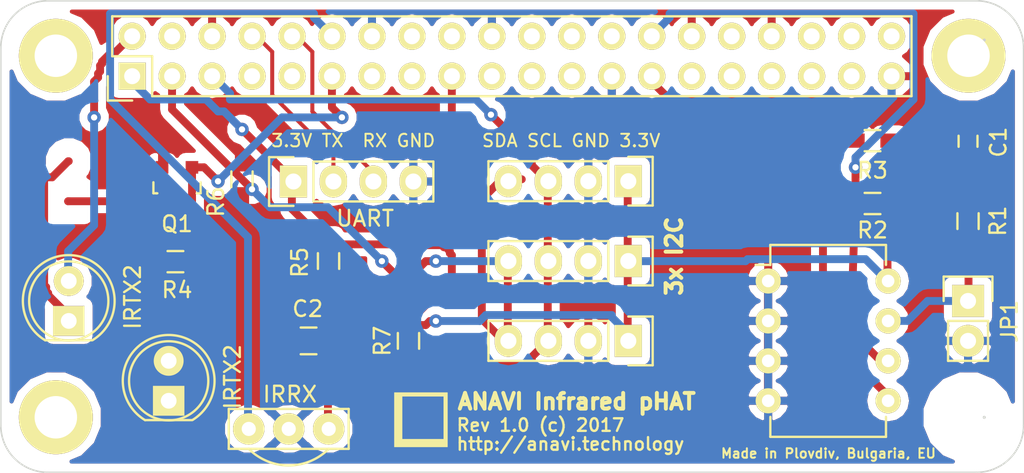
<source format=kicad_pcb>
(kicad_pcb (version 20171130) (host pcbnew "(5.1.5-0-10_14)")

  (general
    (thickness 1.6)
    (drawings 30)
    (tracks 242)
    (zones 0)
    (modules 24)
    (nets 36)
  )

  (page A4)
  (title_block
    (title "Anavi Infra pHAT")
    (date 2017-01-21)
    (company "Anavi Technology")
  )

  (layers
    (0 F.Cu signal hide)
    (31 B.Cu signal hide)
    (32 B.Adhes user)
    (33 F.Adhes user)
    (34 B.Paste user)
    (35 F.Paste user)
    (36 B.SilkS user)
    (37 F.SilkS user)
    (38 B.Mask user)
    (39 F.Mask user)
    (40 Dwgs.User user)
    (41 Cmts.User user)
    (42 Eco1.User user)
    (43 Eco2.User user)
    (44 Edge.Cuts user)
    (45 Margin user)
    (46 B.CrtYd user)
    (47 F.CrtYd user)
    (48 B.Fab user)
    (49 F.Fab user)
  )

  (setup
    (last_trace_width 0.5)
    (user_trace_width 0.254)
    (user_trace_width 0.5)
    (user_trace_width 0.754)
    (trace_clearance 0.254)
    (zone_clearance 0.508)
    (zone_45_only no)
    (trace_min 0.25)
    (via_size 0.85)
    (via_drill 0.4)
    (via_min_size 0.4)
    (via_min_drill 0.3)
    (uvia_size 0.35)
    (uvia_drill 0.1)
    (uvias_allowed no)
    (uvia_min_size 0.2)
    (uvia_min_drill 0.1)
    (edge_width 0.1)
    (segment_width 0.2)
    (pcb_text_width 0.3)
    (pcb_text_size 1.5 1.5)
    (mod_edge_width 0.15)
    (mod_text_size 1 1)
    (mod_text_width 0.15)
    (pad_size 4.7 4.7)
    (pad_drill 4.6)
    (pad_to_mask_clearance 0)
    (aux_axis_origin 0 0)
    (visible_elements FFFFF97F)
    (pcbplotparams
      (layerselection 0x010e0_80000001)
      (usegerberextensions true)
      (usegerberattributes false)
      (usegerberadvancedattributes false)
      (creategerberjobfile false)
      (excludeedgelayer true)
      (linewidth 0.100000)
      (plotframeref false)
      (viasonmask false)
      (mode 1)
      (useauxorigin false)
      (hpglpennumber 1)
      (hpglpenspeed 20)
      (hpglpendiameter 15.000000)
      (psnegative false)
      (psa4output false)
      (plotreference true)
      (plotvalue true)
      (plotinvisibletext false)
      (padsonsilk false)
      (subtractmaskfromsilk false)
      (outputformat 1)
      (mirror false)
      (drillshape 0)
      (scaleselection 1)
      (outputdirectory "schemes/"))
  )

  (net 0 "")
  (net 1 +3V3)
  (net 2 GND)
  (net 3 "Net-(C2-Pad1)")
  (net 4 "Net-(IRTX1-Pad2)")
  (net 5 +5V)
  (net 6 "Net-(JP1-Pad1)")
  (net 7 "Net-(Q1-Pad1)")
  (net 8 "Net-(R2-Pad2)")
  (net 9 "Net-(R3-Pad2)")
  (net 10 "Net-(R6-Pad2)")
  (net 11 "Net-(R7-Pad2)")
  (net 12 /TXD)
  (net 13 /RXD)
  (net 14 "Net-(IRRX1-Pad1)")
  (net 15 "Net-(IRTX1-Pad1)")
  (net 16 "Net-(RASP_CONN1-Pad7)")
  (net 17 "Net-(RASP_CONN1-Pad13)")
  (net 18 "Net-(RASP_CONN1-Pad15)")
  (net 19 "Net-(RASP_CONN1-Pad16)")
  (net 20 "Net-(RASP_CONN1-Pad18)")
  (net 21 "Net-(RASP_CONN1-Pad19)")
  (net 22 "Net-(RASP_CONN1-Pad21)")
  (net 23 "Net-(RASP_CONN1-Pad22)")
  (net 24 "Net-(RASP_CONN1-Pad23)")
  (net 25 "Net-(RASP_CONN1-Pad24)")
  (net 26 "Net-(RASP_CONN1-Pad26)")
  (net 27 "Net-(RASP_CONN1-Pad29)")
  (net 28 "Net-(RASP_CONN1-Pad31)")
  (net 29 "Net-(RASP_CONN1-Pad32)")
  (net 30 "Net-(RASP_CONN1-Pad33)")
  (net 31 "Net-(RASP_CONN1-Pad35)")
  (net 32 "Net-(RASP_CONN1-Pad36)")
  (net 33 "Net-(RASP_CONN1-Pad37)")
  (net 34 "Net-(RASP_CONN1-Pad38)")
  (net 35 "Net-(RASP_CONN1-Pad40)")

  (net_class Default "This is the default net class."
    (clearance 0.254)
    (trace_width 0.5)
    (via_dia 0.85)
    (via_drill 0.4)
    (uvia_dia 0.35)
    (uvia_drill 0.1)
    (add_net +3V3)
    (add_net +5V)
    (add_net /RXD)
    (add_net /TXD)
    (add_net GND)
    (add_net "Net-(C2-Pad1)")
    (add_net "Net-(IRRX1-Pad1)")
    (add_net "Net-(IRTX1-Pad1)")
    (add_net "Net-(IRTX1-Pad2)")
    (add_net "Net-(JP1-Pad1)")
    (add_net "Net-(Q1-Pad1)")
    (add_net "Net-(R2-Pad2)")
    (add_net "Net-(R3-Pad2)")
    (add_net "Net-(R6-Pad2)")
    (add_net "Net-(R7-Pad2)")
    (add_net "Net-(RASP_CONN1-Pad13)")
    (add_net "Net-(RASP_CONN1-Pad15)")
    (add_net "Net-(RASP_CONN1-Pad16)")
    (add_net "Net-(RASP_CONN1-Pad18)")
    (add_net "Net-(RASP_CONN1-Pad19)")
    (add_net "Net-(RASP_CONN1-Pad21)")
    (add_net "Net-(RASP_CONN1-Pad22)")
    (add_net "Net-(RASP_CONN1-Pad23)")
    (add_net "Net-(RASP_CONN1-Pad24)")
    (add_net "Net-(RASP_CONN1-Pad26)")
    (add_net "Net-(RASP_CONN1-Pad29)")
    (add_net "Net-(RASP_CONN1-Pad31)")
    (add_net "Net-(RASP_CONN1-Pad32)")
    (add_net "Net-(RASP_CONN1-Pad33)")
    (add_net "Net-(RASP_CONN1-Pad35)")
    (add_net "Net-(RASP_CONN1-Pad36)")
    (add_net "Net-(RASP_CONN1-Pad37)")
    (add_net "Net-(RASP_CONN1-Pad38)")
    (add_net "Net-(RASP_CONN1-Pad40)")
    (add_net "Net-(RASP_CONN1-Pad7)")
  )

  (net_class vcc ""
    (clearance 0.254)
    (trace_width 1.5)
    (via_dia 0.85)
    (via_drill 0.4)
    (uvia_dia 0.35)
    (uvia_drill 0.1)
  )

  (module LEDs:LED-5MM (layer F.Cu) (tedit 588FBD8F) (tstamp 5E342B94)
    (at 159.17 100.45 90)
    (descr "LED 5mm round vertical")
    (tags "LED 5mm round vertical")
    (path /5882BE41)
    (fp_text reference IRTX2 (at 1.524 4.064 90) (layer F.SilkS)
      (effects (font (size 1 1) (thickness 0.15)))
    )
    (fp_text value L-53F3BT (at 1.524 -3.937 90) (layer F.Fab) hide
      (effects (font (size 1 1) (thickness 0.15)))
    )
    (fp_text user K (at -1.905 1.905 90) (layer F.SilkS) hide
      (effects (font (size 1 1) (thickness 0.15)))
    )
    (fp_circle (center 1.27 0) (end 0.97 -2.5) (layer F.SilkS) (width 0.15))
    (fp_line (start -1.23 1.5) (end -1.23 -1.5) (layer F.SilkS) (width 0.15))
    (fp_arc (start 1.27 0) (end -1.23 -1.5) (angle 297.5) (layer F.SilkS) (width 0.15))
    (fp_arc (start 1.3 0) (end -1.5 1.55) (angle -302) (layer F.CrtYd) (width 0.05))
    (fp_line (start -1.5 -1.55) (end -1.5 1.55) (layer F.CrtYd) (width 0.05))
    (pad 2 thru_hole circle (at 2.54 0 90) (size 1.9 1.9) (drill 1.00076) (layers *.Cu *.Mask F.SilkS))
    (pad 1 thru_hole rect (at 0 0 180) (size 2 1.9) (drill 1.00076) (layers *.Cu *.Mask F.SilkS))
    (model LEDs.3dshapes/LED-5MM.wrl
      (offset (xyz 1.269999980926514 0 0))
      (scale (xyz 1 1 1))
      (rotate (xyz 0 0 90))
    )
  )

  (module Capacitors_SMD:C_0603_HandSoldering (layer F.Cu) (tedit 588FBDB9) (tstamp 58831703)
    (at 209.97 83.94 90)
    (descr "Capacitor SMD 0603, hand soldering")
    (tags "capacitor 0603")
    (path /56FB5967)
    (attr smd)
    (fp_text reference C1 (at -0.06 1.93 90) (layer F.SilkS)
      (effects (font (size 1 1) (thickness 0.15)))
    )
    (fp_text value 0.1 (at 0 1.9 90) (layer F.Fab) hide
      (effects (font (size 1 1) (thickness 0.15)))
    )
    (fp_line (start -1.85 -0.75) (end 1.85 -0.75) (layer F.CrtYd) (width 0.05))
    (fp_line (start -1.85 0.75) (end 1.85 0.75) (layer F.CrtYd) (width 0.05))
    (fp_line (start -1.85 -0.75) (end -1.85 0.75) (layer F.CrtYd) (width 0.05))
    (fp_line (start 1.85 -0.75) (end 1.85 0.75) (layer F.CrtYd) (width 0.05))
    (fp_line (start -0.35 -0.6) (end 0.35 -0.6) (layer F.SilkS) (width 0.15))
    (fp_line (start 0.35 0.6) (end -0.35 0.6) (layer F.SilkS) (width 0.15))
    (pad 1 smd rect (at -0.95 0 90) (size 1.2 0.75) (layers F.Cu F.Paste F.Mask)
      (net 1 +3V3))
    (pad 2 smd rect (at 0.95 0 90) (size 1.2 0.75) (layers F.Cu F.Paste F.Mask)
      (net 2 GND))
    (model Capacitors_SMD.3dshapes/C_0603_HandSoldering.wrl
      (at (xyz 0 0 0))
      (scale (xyz 1 1 1))
      (rotate (xyz 0 0 0))
    )
  )

  (module Capacitors_SMD:C_0805_HandSoldering (layer F.Cu) (tedit 588FBD5A) (tstamp 58831709)
    (at 168.06 96.64 180)
    (descr "Capacitor SMD 0805, hand soldering")
    (tags "capacitor 0805")
    (path /56FCE773)
    (attr smd)
    (fp_text reference C2 (at 0.06 2.04 180) (layer F.SilkS)
      (effects (font (size 1 1) (thickness 0.15)))
    )
    (fp_text value 4.7 (at 0 2.1 180) (layer F.Fab) hide
      (effects (font (size 1 1) (thickness 0.15)))
    )
    (fp_line (start -2.3 -1) (end 2.3 -1) (layer F.CrtYd) (width 0.05))
    (fp_line (start -2.3 1) (end 2.3 1) (layer F.CrtYd) (width 0.05))
    (fp_line (start -2.3 -1) (end -2.3 1) (layer F.CrtYd) (width 0.05))
    (fp_line (start 2.3 -1) (end 2.3 1) (layer F.CrtYd) (width 0.05))
    (fp_line (start 0.5 -0.85) (end -0.5 -0.85) (layer F.SilkS) (width 0.15))
    (fp_line (start -0.5 0.85) (end 0.5 0.85) (layer F.SilkS) (width 0.15))
    (pad 1 smd rect (at -1.25 0 180) (size 1.5 1.25) (layers F.Cu F.Paste F.Mask)
      (net 3 "Net-(C2-Pad1)"))
    (pad 2 smd rect (at 1.25 0 180) (size 1.5 1.25) (layers F.Cu F.Paste F.Mask)
      (net 2 GND))
    (model Capacitors_SMD.3dshapes/C_0805_HandSoldering.wrl
      (at (xyz 0 0 0))
      (scale (xyz 1 1 1))
      (rotate (xyz 0 0 0))
    )
  )

  (module LEDs:LED-5MM (layer F.Cu) (tedit 588FBD8F) (tstamp 58831715)
    (at 152.82 95.37 90)
    (descr "LED 5mm round vertical")
    (tags "LED 5mm round vertical")
    (path /5882BE41)
    (fp_text reference IRTX2 (at 1.524 4.064 90) (layer F.SilkS)
      (effects (font (size 1 1) (thickness 0.15)))
    )
    (fp_text value L-53F3BT (at 1.524 -3.937 90) (layer F.Fab) hide
      (effects (font (size 1 1) (thickness 0.15)))
    )
    (fp_line (start -1.5 -1.55) (end -1.5 1.55) (layer F.CrtYd) (width 0.05))
    (fp_arc (start 1.3 0) (end -1.5 1.55) (angle -302) (layer F.CrtYd) (width 0.05))
    (fp_arc (start 1.27 0) (end -1.23 -1.5) (angle 297.5) (layer F.SilkS) (width 0.15))
    (fp_line (start -1.23 1.5) (end -1.23 -1.5) (layer F.SilkS) (width 0.15))
    (fp_circle (center 1.27 0) (end 0.97 -2.5) (layer F.SilkS) (width 0.15))
    (fp_text user K (at -1.905 1.905 90) (layer F.SilkS) hide
      (effects (font (size 1 1) (thickness 0.15)))
    )
    (pad 1 thru_hole rect (at 0 0 180) (size 2 1.9) (drill 1.00076) (layers *.Cu *.Mask F.SilkS)
      (net 4 "Net-(IRTX1-Pad2)"))
    (pad 2 thru_hole circle (at 2.54 0 90) (size 1.9 1.9) (drill 1.00076) (layers *.Cu *.Mask F.SilkS)
      (net 5 +5V))
    (model LEDs.3dshapes/LED-5MM.wrl
      (offset (xyz 1.269999980926514 0 0))
      (scale (xyz 1 1 1))
      (rotate (xyz 0 0 90))
    )
  )

  (module Pin_Headers:Pin_Header_Straight_1x02 (layer F.Cu) (tedit 588FBD9A) (tstamp 5883171B)
    (at 209.97 94.1)
    (descr "Through hole pin header")
    (tags "pin header")
    (path /570C5478)
    (fp_text reference JP1 (at 2.63 1.3 90) (layer F.SilkS)
      (effects (font (size 1 1) (thickness 0.15)))
    )
    (fp_text value JUMPER (at 0 -3.1) (layer F.Fab) hide
      (effects (font (size 1 1) (thickness 0.15)))
    )
    (fp_line (start 1.27 1.27) (end 1.27 3.81) (layer F.SilkS) (width 0.15))
    (fp_line (start 1.55 -1.55) (end 1.55 0) (layer F.SilkS) (width 0.15))
    (fp_line (start -1.75 -1.75) (end -1.75 4.3) (layer F.CrtYd) (width 0.05))
    (fp_line (start 1.75 -1.75) (end 1.75 4.3) (layer F.CrtYd) (width 0.05))
    (fp_line (start -1.75 -1.75) (end 1.75 -1.75) (layer F.CrtYd) (width 0.05))
    (fp_line (start -1.75 4.3) (end 1.75 4.3) (layer F.CrtYd) (width 0.05))
    (fp_line (start 1.27 1.27) (end -1.27 1.27) (layer F.SilkS) (width 0.15))
    (fp_line (start -1.55 0) (end -1.55 -1.55) (layer F.SilkS) (width 0.15))
    (fp_line (start -1.55 -1.55) (end 1.55 -1.55) (layer F.SilkS) (width 0.15))
    (fp_line (start -1.27 1.27) (end -1.27 3.81) (layer F.SilkS) (width 0.15))
    (fp_line (start -1.27 3.81) (end 1.27 3.81) (layer F.SilkS) (width 0.15))
    (pad 1 thru_hole rect (at 0 0) (size 2.032 2.032) (drill 1.016) (layers *.Cu *.Mask F.SilkS)
      (net 6 "Net-(JP1-Pad1)"))
    (pad 2 thru_hole oval (at 0 2.54) (size 2.032 2.032) (drill 1.016) (layers *.Cu *.Mask F.SilkS)
      (net 2 GND))
    (model Pin_Headers.3dshapes/Pin_Header_Straight_1x02.wrl
      (offset (xyz 0 -1.269999980926514 0))
      (scale (xyz 1 1 1))
      (rotate (xyz 0 0 90))
    )
  )

  (module TO_SOT_Packages_SMD:SOT-23 (layer F.Cu) (tedit 588FBD4C) (tstamp 58831722)
    (at 159.7 86.6 180)
    (descr "SOT-23, Standard")
    (tags SOT-23)
    (path /570BF19F)
    (attr smd)
    (fp_text reference Q1 (at 0 -2.6 180) (layer F.SilkS)
      (effects (font (size 1 1) (thickness 0.15)))
    )
    (fp_text value BC817 (at 0 2.3 180) (layer F.Fab) hide
      (effects (font (size 1 1) (thickness 0.15)))
    )
    (fp_line (start -1.65 -1.6) (end 1.65 -1.6) (layer F.CrtYd) (width 0.05))
    (fp_line (start 1.65 -1.6) (end 1.65 1.6) (layer F.CrtYd) (width 0.05))
    (fp_line (start 1.65 1.6) (end -1.65 1.6) (layer F.CrtYd) (width 0.05))
    (fp_line (start -1.65 1.6) (end -1.65 -1.6) (layer F.CrtYd) (width 0.05))
    (fp_line (start 1.29916 -0.65024) (end 1.2509 -0.65024) (layer F.SilkS) (width 0.15))
    (fp_line (start -1.49982 0.0508) (end -1.49982 -0.65024) (layer F.SilkS) (width 0.15))
    (fp_line (start -1.49982 -0.65024) (end -1.2509 -0.65024) (layer F.SilkS) (width 0.15))
    (fp_line (start 1.29916 -0.65024) (end 1.49982 -0.65024) (layer F.SilkS) (width 0.15))
    (fp_line (start 1.49982 -0.65024) (end 1.49982 0.0508) (layer F.SilkS) (width 0.15))
    (pad 1 smd rect (at -0.95 1.00076 180) (size 0.8001 0.8001) (layers F.Cu F.Paste F.Mask)
      (net 7 "Net-(Q1-Pad1)"))
    (pad 2 smd rect (at 0.95 1.00076 180) (size 0.8001 0.8001) (layers F.Cu F.Paste F.Mask)
      (net 2 GND))
    (pad 3 smd rect (at 0 -0.99822 180) (size 0.8001 0.8001) (layers F.Cu F.Paste F.Mask)
      (net 15 "Net-(IRTX1-Pad1)"))
    (model TO_SOT_Packages_SMD.3dshapes/SOT-23.wrl
      (at (xyz 0 0 0))
      (scale (xyz 1 1 1))
      (rotate (xyz 0 0 0))
    )
  )

  (module Resistors_SMD:R_0603_HandSoldering (layer F.Cu) (tedit 588FBDA0) (tstamp 58831728)
    (at 209.97 89.02 270)
    (descr "Resistor SMD 0603, hand soldering")
    (tags "resistor 0603")
    (path /56FB57DD)
    (attr smd)
    (fp_text reference R1 (at 0 -1.9 270) (layer F.SilkS)
      (effects (font (size 1 1) (thickness 0.15)))
    )
    (fp_text value 1K (at 0 1.9 270) (layer F.Fab) hide
      (effects (font (size 1 1) (thickness 0.15)))
    )
    (fp_line (start -2 -0.8) (end 2 -0.8) (layer F.CrtYd) (width 0.05))
    (fp_line (start -2 0.8) (end 2 0.8) (layer F.CrtYd) (width 0.05))
    (fp_line (start -2 -0.8) (end -2 0.8) (layer F.CrtYd) (width 0.05))
    (fp_line (start 2 -0.8) (end 2 0.8) (layer F.CrtYd) (width 0.05))
    (fp_line (start 0.5 0.675) (end -0.5 0.675) (layer F.SilkS) (width 0.15))
    (fp_line (start -0.5 -0.675) (end 0.5 -0.675) (layer F.SilkS) (width 0.15))
    (pad 1 smd rect (at -1.1 0 270) (size 1.2 0.9) (layers F.Cu F.Paste F.Mask)
      (net 1 +3V3))
    (pad 2 smd rect (at 1.1 0 270) (size 1.2 0.9) (layers F.Cu F.Paste F.Mask)
      (net 6 "Net-(JP1-Pad1)"))
    (model Resistors_SMD.3dshapes/R_0603_HandSoldering.wrl
      (at (xyz 0 0 0))
      (scale (xyz 1 1 1))
      (rotate (xyz 0 0 0))
    )
  )

  (module Resistors_SMD:R_0603_HandSoldering (layer F.Cu) (tedit 588FBDA5) (tstamp 5883172E)
    (at 203.9 87.9 180)
    (descr "Resistor SMD 0603, hand soldering")
    (tags "resistor 0603")
    (path /56FB589D)
    (attr smd)
    (fp_text reference R2 (at 0 -1.7 180) (layer F.SilkS)
      (effects (font (size 1 1) (thickness 0.15)))
    )
    (fp_text value 4.7K (at 0 1.9 180) (layer F.Fab) hide
      (effects (font (size 1 1) (thickness 0.15)))
    )
    (fp_line (start -2 -0.8) (end 2 -0.8) (layer F.CrtYd) (width 0.05))
    (fp_line (start -2 0.8) (end 2 0.8) (layer F.CrtYd) (width 0.05))
    (fp_line (start -2 -0.8) (end -2 0.8) (layer F.CrtYd) (width 0.05))
    (fp_line (start 2 -0.8) (end 2 0.8) (layer F.CrtYd) (width 0.05))
    (fp_line (start 0.5 0.675) (end -0.5 0.675) (layer F.SilkS) (width 0.15))
    (fp_line (start -0.5 -0.675) (end 0.5 -0.675) (layer F.SilkS) (width 0.15))
    (pad 1 smd rect (at -1.1 0 180) (size 1.2 0.9) (layers F.Cu F.Paste F.Mask)
      (net 1 +3V3))
    (pad 2 smd rect (at 1.1 0 180) (size 1.2 0.9) (layers F.Cu F.Paste F.Mask)
      (net 8 "Net-(R2-Pad2)"))
    (model Resistors_SMD.3dshapes/R_0603_HandSoldering.wrl
      (at (xyz 0 0 0))
      (scale (xyz 1 1 1))
      (rotate (xyz 0 0 0))
    )
  )

  (module Resistors_SMD:R_0603_HandSoldering (layer F.Cu) (tedit 588FBDAE) (tstamp 58831734)
    (at 203.9 83.9 180)
    (descr "Resistor SMD 0603, hand soldering")
    (tags "resistor 0603")
    (path /56FB5912)
    (attr smd)
    (fp_text reference R3 (at 0 -1.9 180) (layer F.SilkS)
      (effects (font (size 1 1) (thickness 0.15)))
    )
    (fp_text value 4.7K (at 0 1.9 180) (layer F.Fab) hide
      (effects (font (size 1 1) (thickness 0.15)))
    )
    (fp_line (start -2 -0.8) (end 2 -0.8) (layer F.CrtYd) (width 0.05))
    (fp_line (start -2 0.8) (end 2 0.8) (layer F.CrtYd) (width 0.05))
    (fp_line (start -2 -0.8) (end -2 0.8) (layer F.CrtYd) (width 0.05))
    (fp_line (start 2 -0.8) (end 2 0.8) (layer F.CrtYd) (width 0.05))
    (fp_line (start 0.5 0.675) (end -0.5 0.675) (layer F.SilkS) (width 0.15))
    (fp_line (start -0.5 -0.675) (end 0.5 -0.675) (layer F.SilkS) (width 0.15))
    (pad 1 smd rect (at -1.1 0 180) (size 1.2 0.9) (layers F.Cu F.Paste F.Mask)
      (net 1 +3V3))
    (pad 2 smd rect (at 1.1 0 180) (size 1.2 0.9) (layers F.Cu F.Paste F.Mask)
      (net 9 "Net-(R3-Pad2)"))
    (model Resistors_SMD.3dshapes/R_0603_HandSoldering.wrl
      (at (xyz 0 0 0))
      (scale (xyz 1 1 1))
      (rotate (xyz 0 0 0))
    )
  )

  (module Resistors_SMD:R_0603_HandSoldering (layer F.Cu) (tedit 588FBD53) (tstamp 5883173A)
    (at 159.6 91.6)
    (descr "Resistor SMD 0603, hand soldering")
    (tags "resistor 0603")
    (path /570BEF32)
    (attr smd)
    (fp_text reference R4 (at 0.1 1.8) (layer F.SilkS)
      (effects (font (size 1 1) (thickness 0.15)))
    )
    (fp_text value 10K (at 0 1.9) (layer F.Fab) hide
      (effects (font (size 1 1) (thickness 0.15)))
    )
    (fp_line (start -2 -0.8) (end 2 -0.8) (layer F.CrtYd) (width 0.05))
    (fp_line (start -2 0.8) (end 2 0.8) (layer F.CrtYd) (width 0.05))
    (fp_line (start -2 -0.8) (end -2 0.8) (layer F.CrtYd) (width 0.05))
    (fp_line (start 2 -0.8) (end 2 0.8) (layer F.CrtYd) (width 0.05))
    (fp_line (start 0.5 0.675) (end -0.5 0.675) (layer F.SilkS) (width 0.15))
    (fp_line (start -0.5 -0.675) (end 0.5 -0.675) (layer F.SilkS) (width 0.15))
    (pad 1 smd rect (at -1.1 0) (size 1.2 0.9) (layers F.Cu F.Paste F.Mask)
      (net 2 GND))
    (pad 2 smd rect (at 1.1 0) (size 1.2 0.9) (layers F.Cu F.Paste F.Mask)
      (net 7 "Net-(Q1-Pad1)"))
    (model Resistors_SMD.3dshapes/R_0603_HandSoldering.wrl
      (at (xyz 0 0 0))
      (scale (xyz 1 1 1))
      (rotate (xyz 0 0 0))
    )
  )

  (module Resistors_SMD:R_0603_HandSoldering (layer F.Cu) (tedit 588FBD64) (tstamp 58831740)
    (at 169.33 91.56 270)
    (descr "Resistor SMD 0603, hand soldering")
    (tags "resistor 0603")
    (path /56FCE3CD)
    (attr smd)
    (fp_text reference R5 (at 0.09 1.83 270) (layer F.SilkS)
      (effects (font (size 1 1) (thickness 0.15)))
    )
    (fp_text value 470 (at 0 1.9 270) (layer F.Fab) hide
      (effects (font (size 1 1) (thickness 0.15)))
    )
    (fp_line (start -2 -0.8) (end 2 -0.8) (layer F.CrtYd) (width 0.05))
    (fp_line (start -2 0.8) (end 2 0.8) (layer F.CrtYd) (width 0.05))
    (fp_line (start -2 -0.8) (end -2 0.8) (layer F.CrtYd) (width 0.05))
    (fp_line (start 2 -0.8) (end 2 0.8) (layer F.CrtYd) (width 0.05))
    (fp_line (start 0.5 0.675) (end -0.5 0.675) (layer F.SilkS) (width 0.15))
    (fp_line (start -0.5 -0.675) (end 0.5 -0.675) (layer F.SilkS) (width 0.15))
    (pad 1 smd rect (at -1.1 0 270) (size 1.2 0.9) (layers F.Cu F.Paste F.Mask)
      (net 1 +3V3))
    (pad 2 smd rect (at 1.1 0 270) (size 1.2 0.9) (layers F.Cu F.Paste F.Mask)
      (net 3 "Net-(C2-Pad1)"))
    (model Resistors_SMD.3dshapes/R_0603_HandSoldering.wrl
      (at (xyz 0 0 0))
      (scale (xyz 1 1 1))
      (rotate (xyz 0 0 0))
    )
  )

  (module Resistors_SMD:R_0603_HandSoldering (layer F.Cu) (tedit 588FBD6B) (tstamp 58831746)
    (at 163.83 86.36 270)
    (descr "Resistor SMD 0603, hand soldering")
    (tags "resistor 0603")
    (path /570C0762)
    (attr smd)
    (fp_text reference R6 (at 1.44 1.66 270) (layer F.SilkS)
      (effects (font (size 1 1) (thickness 0.15)))
    )
    (fp_text value 4.7K (at 0 1.9 270) (layer F.Fab) hide
      (effects (font (size 1 1) (thickness 0.15)))
    )
    (fp_line (start -2 -0.8) (end 2 -0.8) (layer F.CrtYd) (width 0.05))
    (fp_line (start -2 0.8) (end 2 0.8) (layer F.CrtYd) (width 0.05))
    (fp_line (start -2 -0.8) (end -2 0.8) (layer F.CrtYd) (width 0.05))
    (fp_line (start 2 -0.8) (end 2 0.8) (layer F.CrtYd) (width 0.05))
    (fp_line (start 0.5 0.675) (end -0.5 0.675) (layer F.SilkS) (width 0.15))
    (fp_line (start -0.5 -0.675) (end 0.5 -0.675) (layer F.SilkS) (width 0.15))
    (pad 1 smd rect (at -1.1 0 270) (size 1.2 0.9) (layers F.Cu F.Paste F.Mask)
      (net 1 +3V3))
    (pad 2 smd rect (at 1.1 0 270) (size 1.2 0.9) (layers F.Cu F.Paste F.Mask)
      (net 10 "Net-(R6-Pad2)"))
    (model Resistors_SMD.3dshapes/R_0603_HandSoldering.wrl
      (at (xyz 0 0 0))
      (scale (xyz 1 1 1))
      (rotate (xyz 0 0 0))
    )
  )

  (module Resistors_SMD:R_0603_HandSoldering (layer F.Cu) (tedit 588FBD73) (tstamp 5883174C)
    (at 174.41 96.64 270)
    (descr "Resistor SMD 0603, hand soldering")
    (tags "resistor 0603")
    (path /570C0BD5)
    (attr smd)
    (fp_text reference R7 (at 0.01 1.66 270) (layer F.SilkS)
      (effects (font (size 1 1) (thickness 0.15)))
    )
    (fp_text value 4.7K (at 0 1.9 270) (layer F.Fab) hide
      (effects (font (size 1 1) (thickness 0.15)))
    )
    (fp_line (start -2 -0.8) (end 2 -0.8) (layer F.CrtYd) (width 0.05))
    (fp_line (start -2 0.8) (end 2 0.8) (layer F.CrtYd) (width 0.05))
    (fp_line (start -2 -0.8) (end -2 0.8) (layer F.CrtYd) (width 0.05))
    (fp_line (start 2 -0.8) (end 2 0.8) (layer F.CrtYd) (width 0.05))
    (fp_line (start 0.5 0.675) (end -0.5 0.675) (layer F.SilkS) (width 0.15))
    (fp_line (start -0.5 -0.675) (end 0.5 -0.675) (layer F.SilkS) (width 0.15))
    (pad 1 smd rect (at -1.1 0 270) (size 1.2 0.9) (layers F.Cu F.Paste F.Mask)
      (net 1 +3V3))
    (pad 2 smd rect (at 1.1 0 270) (size 1.2 0.9) (layers F.Cu F.Paste F.Mask)
      (net 11 "Net-(R7-Pad2)"))
    (model Resistors_SMD.3dshapes/R_0603_HandSoldering.wrl
      (at (xyz 0 0 0))
      (scale (xyz 1 1 1))
      (rotate (xyz 0 0 0))
    )
  )

  (module Pin_Headers:Pin_Header_Straight_2x20 (layer F.Cu) (tedit 588FBD82) (tstamp 58831778)
    (at 156.85 79.8 90)
    (descr "Through hole pin header")
    (tags "pin header")
    (path /56FB7C7A)
    (fp_text reference RASP_CONN1 (at 0 -5.1 90) (layer F.SilkS) hide
      (effects (font (size 1 1) (thickness 0.15)))
    )
    (fp_text value Raspberry_PI (at 0 -3.1 90) (layer F.Fab) hide
      (effects (font (size 1 1) (thickness 0.15)))
    )
    (fp_line (start -1.75 -1.75) (end -1.75 50.05) (layer F.CrtYd) (width 0.05))
    (fp_line (start 4.3 -1.75) (end 4.3 50.05) (layer F.CrtYd) (width 0.05))
    (fp_line (start -1.75 -1.75) (end 4.3 -1.75) (layer F.CrtYd) (width 0.05))
    (fp_line (start -1.75 50.05) (end 4.3 50.05) (layer F.CrtYd) (width 0.05))
    (fp_line (start 3.81 49.53) (end 3.81 -1.27) (layer F.SilkS) (width 0.15))
    (fp_line (start -1.27 1.27) (end -1.27 49.53) (layer F.SilkS) (width 0.15))
    (fp_line (start 3.81 49.53) (end -1.27 49.53) (layer F.SilkS) (width 0.15))
    (fp_line (start 3.81 -1.27) (end 1.27 -1.27) (layer F.SilkS) (width 0.15))
    (fp_line (start 0 -1.55) (end -1.55 -1.55) (layer F.SilkS) (width 0.15))
    (fp_line (start 1.27 -1.27) (end 1.27 1.27) (layer F.SilkS) (width 0.15))
    (fp_line (start 1.27 1.27) (end -1.27 1.27) (layer F.SilkS) (width 0.15))
    (fp_line (start -1.55 -1.55) (end -1.55 0) (layer F.SilkS) (width 0.15))
    (pad 1 thru_hole rect (at 0 0 90) (size 1.7272 1.7272) (drill 1.016) (layers *.Cu *.Mask F.SilkS)
      (net 1 +3V3))
    (pad 2 thru_hole oval (at 2.54 0 90) (size 1.7272 1.7272) (drill 1.016) (layers *.Cu *.Mask F.SilkS)
      (net 5 +5V))
    (pad 3 thru_hole oval (at 0 2.54 90) (size 1.7272 1.7272) (drill 1.016) (layers *.Cu *.Mask F.SilkS)
      (net 10 "Net-(R6-Pad2)"))
    (pad 4 thru_hole oval (at 2.54 2.54 90) (size 1.7272 1.7272) (drill 1.016) (layers *.Cu *.Mask F.SilkS)
      (net 5 +5V))
    (pad 5 thru_hole oval (at 0 5.08 90) (size 1.7272 1.7272) (drill 1.016) (layers *.Cu *.Mask F.SilkS)
      (net 11 "Net-(R7-Pad2)"))
    (pad 6 thru_hole oval (at 2.54 5.08 90) (size 1.7272 1.7272) (drill 1.016) (layers *.Cu *.Mask F.SilkS)
      (net 2 GND))
    (pad 7 thru_hole oval (at 0 7.62 90) (size 1.7272 1.7272) (drill 1.016) (layers *.Cu *.Mask F.SilkS)
      (net 16 "Net-(RASP_CONN1-Pad7)"))
    (pad 8 thru_hole oval (at 2.54 7.62 90) (size 1.7272 1.7272) (drill 1.016) (layers *.Cu *.Mask F.SilkS)
      (net 12 /TXD))
    (pad 9 thru_hole oval (at 0 10.16 90) (size 1.7272 1.7272) (drill 1.016) (layers *.Cu *.Mask F.SilkS)
      (net 2 GND))
    (pad 10 thru_hole oval (at 2.54 10.16 90) (size 1.7272 1.7272) (drill 1.016) (layers *.Cu *.Mask F.SilkS)
      (net 13 /RXD))
    (pad 11 thru_hole oval (at 0 12.7 90) (size 1.7272 1.7272) (drill 1.016) (layers *.Cu *.Mask F.SilkS)
      (net 7 "Net-(Q1-Pad1)"))
    (pad 12 thru_hole oval (at 2.54 12.7 90) (size 1.7272 1.7272) (drill 1.016) (layers *.Cu *.Mask F.SilkS)
      (net 14 "Net-(IRRX1-Pad1)"))
    (pad 13 thru_hole oval (at 0 15.24 90) (size 1.7272 1.7272) (drill 1.016) (layers *.Cu *.Mask F.SilkS)
      (net 17 "Net-(RASP_CONN1-Pad13)"))
    (pad 14 thru_hole oval (at 2.54 15.24 90) (size 1.7272 1.7272) (drill 1.016) (layers *.Cu *.Mask F.SilkS)
      (net 2 GND))
    (pad 15 thru_hole oval (at 0 17.78 90) (size 1.7272 1.7272) (drill 1.016) (layers *.Cu *.Mask F.SilkS)
      (net 18 "Net-(RASP_CONN1-Pad15)"))
    (pad 16 thru_hole oval (at 2.54 17.78 90) (size 1.7272 1.7272) (drill 1.016) (layers *.Cu *.Mask F.SilkS)
      (net 19 "Net-(RASP_CONN1-Pad16)"))
    (pad 17 thru_hole oval (at 0 20.32 90) (size 1.7272 1.7272) (drill 1.016) (layers *.Cu *.Mask F.SilkS)
      (net 1 +3V3))
    (pad 18 thru_hole oval (at 2.54 20.32 90) (size 1.7272 1.7272) (drill 1.016) (layers *.Cu *.Mask F.SilkS)
      (net 20 "Net-(RASP_CONN1-Pad18)"))
    (pad 19 thru_hole oval (at 0 22.86 90) (size 1.7272 1.7272) (drill 1.016) (layers *.Cu *.Mask F.SilkS)
      (net 21 "Net-(RASP_CONN1-Pad19)"))
    (pad 20 thru_hole oval (at 2.54 22.86 90) (size 1.7272 1.7272) (drill 1.016) (layers *.Cu *.Mask F.SilkS)
      (net 2 GND))
    (pad 21 thru_hole oval (at 0 25.4 90) (size 1.7272 1.7272) (drill 1.016) (layers *.Cu *.Mask F.SilkS)
      (net 22 "Net-(RASP_CONN1-Pad21)"))
    (pad 22 thru_hole oval (at 2.54 25.4 90) (size 1.7272 1.7272) (drill 1.016) (layers *.Cu *.Mask F.SilkS)
      (net 23 "Net-(RASP_CONN1-Pad22)"))
    (pad 23 thru_hole oval (at 0 27.94 90) (size 1.7272 1.7272) (drill 1.016) (layers *.Cu *.Mask F.SilkS)
      (net 24 "Net-(RASP_CONN1-Pad23)"))
    (pad 24 thru_hole oval (at 2.54 27.94 90) (size 1.7272 1.7272) (drill 1.016) (layers *.Cu *.Mask F.SilkS)
      (net 25 "Net-(RASP_CONN1-Pad24)"))
    (pad 25 thru_hole oval (at 0 30.48 90) (size 1.7272 1.7272) (drill 1.016) (layers *.Cu *.Mask F.SilkS)
      (net 2 GND))
    (pad 26 thru_hole oval (at 2.54 30.48 90) (size 1.7272 1.7272) (drill 1.016) (layers *.Cu *.Mask F.SilkS)
      (net 26 "Net-(RASP_CONN1-Pad26)"))
    (pad 27 thru_hole oval (at 0 33.02 90) (size 1.7272 1.7272) (drill 1.016) (layers *.Cu *.Mask F.SilkS)
      (net 9 "Net-(R3-Pad2)"))
    (pad 28 thru_hole oval (at 2.54 33.02 90) (size 1.7272 1.7272) (drill 1.016) (layers *.Cu *.Mask F.SilkS)
      (net 8 "Net-(R2-Pad2)"))
    (pad 29 thru_hole oval (at 0 35.56 90) (size 1.7272 1.7272) (drill 1.016) (layers *.Cu *.Mask F.SilkS)
      (net 27 "Net-(RASP_CONN1-Pad29)"))
    (pad 30 thru_hole oval (at 2.54 35.56 90) (size 1.7272 1.7272) (drill 1.016) (layers *.Cu *.Mask F.SilkS)
      (net 2 GND))
    (pad 31 thru_hole oval (at 0 38.1 90) (size 1.7272 1.7272) (drill 1.016) (layers *.Cu *.Mask F.SilkS)
      (net 28 "Net-(RASP_CONN1-Pad31)"))
    (pad 32 thru_hole oval (at 2.54 38.1 90) (size 1.7272 1.7272) (drill 1.016) (layers *.Cu *.Mask F.SilkS)
      (net 29 "Net-(RASP_CONN1-Pad32)"))
    (pad 33 thru_hole oval (at 0 40.64 90) (size 1.7272 1.7272) (drill 1.016) (layers *.Cu *.Mask F.SilkS)
      (net 30 "Net-(RASP_CONN1-Pad33)"))
    (pad 34 thru_hole oval (at 2.54 40.64 90) (size 1.7272 1.7272) (drill 1.016) (layers *.Cu *.Mask F.SilkS)
      (net 2 GND))
    (pad 35 thru_hole oval (at 0 43.18 90) (size 1.7272 1.7272) (drill 1.016) (layers *.Cu *.Mask F.SilkS)
      (net 31 "Net-(RASP_CONN1-Pad35)"))
    (pad 36 thru_hole oval (at 2.54 43.18 90) (size 1.7272 1.7272) (drill 1.016) (layers *.Cu *.Mask F.SilkS)
      (net 32 "Net-(RASP_CONN1-Pad36)"))
    (pad 37 thru_hole oval (at 0 45.72 90) (size 1.7272 1.7272) (drill 1.016) (layers *.Cu *.Mask F.SilkS)
      (net 33 "Net-(RASP_CONN1-Pad37)"))
    (pad 38 thru_hole oval (at 2.54 45.72 90) (size 1.7272 1.7272) (drill 1.016) (layers *.Cu *.Mask F.SilkS)
      (net 34 "Net-(RASP_CONN1-Pad38)"))
    (pad 39 thru_hole oval (at 0 48.26 90) (size 1.7272 1.7272) (drill 1.016) (layers *.Cu *.Mask F.SilkS)
      (net 2 GND))
    (pad 40 thru_hole oval (at 2.54 48.26 90) (size 1.7272 1.7272) (drill 1.016) (layers *.Cu *.Mask F.SilkS)
      (net 35 "Net-(RASP_CONN1-Pad40)"))
    (model Pin_Headers.3dshapes/Pin_Header_Straight_2x20.wrl
      (offset (xyz 1.269999980926514 -24.12999963760376 0))
      (scale (xyz 1 1 1))
      (rotate (xyz 0 0 90))
    )
  )

  (module Pin_Headers:Pin_Header_Straight_1x04 (layer F.Cu) (tedit 588FBD3A) (tstamp 58831780)
    (at 188.38 96.64 270)
    (descr "Through hole pin header")
    (tags "pin header")
    (path /5704A9C3)
    (fp_text reference SENS1 (at 0 -5.1 270) (layer F.SilkS) hide
      (effects (font (size 1 1) (thickness 0.15)))
    )
    (fp_text value I2C_SENS_1 (at 0 -3.1 270) (layer F.Fab) hide
      (effects (font (size 1 1) (thickness 0.15)))
    )
    (fp_line (start -1.75 -1.75) (end -1.75 9.4) (layer F.CrtYd) (width 0.05))
    (fp_line (start 1.75 -1.75) (end 1.75 9.4) (layer F.CrtYd) (width 0.05))
    (fp_line (start -1.75 -1.75) (end 1.75 -1.75) (layer F.CrtYd) (width 0.05))
    (fp_line (start -1.75 9.4) (end 1.75 9.4) (layer F.CrtYd) (width 0.05))
    (fp_line (start -1.27 1.27) (end -1.27 8.89) (layer F.SilkS) (width 0.15))
    (fp_line (start 1.27 1.27) (end 1.27 8.89) (layer F.SilkS) (width 0.15))
    (fp_line (start 1.55 -1.55) (end 1.55 0) (layer F.SilkS) (width 0.15))
    (fp_line (start -1.27 8.89) (end 1.27 8.89) (layer F.SilkS) (width 0.15))
    (fp_line (start 1.27 1.27) (end -1.27 1.27) (layer F.SilkS) (width 0.15))
    (fp_line (start -1.55 0) (end -1.55 -1.55) (layer F.SilkS) (width 0.15))
    (fp_line (start -1.55 -1.55) (end 1.55 -1.55) (layer F.SilkS) (width 0.15))
    (pad 1 thru_hole rect (at 0 0 270) (size 2.032 1.7272) (drill 1.016) (layers *.Cu *.Mask F.SilkS)
      (net 1 +3V3))
    (pad 2 thru_hole oval (at 0 2.54 270) (size 2.032 1.7272) (drill 1.016) (layers *.Cu *.Mask F.SilkS)
      (net 2 GND))
    (pad 3 thru_hole oval (at 0 5.08 270) (size 2.032 1.7272) (drill 1.016) (layers *.Cu *.Mask F.SilkS)
      (net 11 "Net-(R7-Pad2)"))
    (pad 4 thru_hole oval (at 0 7.62 270) (size 2.032 1.7272) (drill 1.016) (layers *.Cu *.Mask F.SilkS)
      (net 10 "Net-(R6-Pad2)"))
    (model Pin_Headers.3dshapes/Pin_Header_Straight_1x04.wrl
      (offset (xyz 0 -3.809999942779541 0))
      (scale (xyz 1 1 1))
      (rotate (xyz 0 0 90))
    )
  )

  (module Pin_Headers:Pin_Header_Straight_1x04 (layer F.Cu) (tedit 588FBD33) (tstamp 58831788)
    (at 188.38 91.56 270)
    (descr "Through hole pin header")
    (tags "pin header")
    (path /5752A123)
    (fp_text reference SENS2 (at 0 -5.1 270) (layer F.SilkS) hide
      (effects (font (size 1 1) (thickness 0.15)))
    )
    (fp_text value I2C_SENS_1 (at 0 -3.1 270) (layer F.Fab) hide
      (effects (font (size 1 1) (thickness 0.15)))
    )
    (fp_line (start -1.75 -1.75) (end -1.75 9.4) (layer F.CrtYd) (width 0.05))
    (fp_line (start 1.75 -1.75) (end 1.75 9.4) (layer F.CrtYd) (width 0.05))
    (fp_line (start -1.75 -1.75) (end 1.75 -1.75) (layer F.CrtYd) (width 0.05))
    (fp_line (start -1.75 9.4) (end 1.75 9.4) (layer F.CrtYd) (width 0.05))
    (fp_line (start -1.27 1.27) (end -1.27 8.89) (layer F.SilkS) (width 0.15))
    (fp_line (start 1.27 1.27) (end 1.27 8.89) (layer F.SilkS) (width 0.15))
    (fp_line (start 1.55 -1.55) (end 1.55 0) (layer F.SilkS) (width 0.15))
    (fp_line (start -1.27 8.89) (end 1.27 8.89) (layer F.SilkS) (width 0.15))
    (fp_line (start 1.27 1.27) (end -1.27 1.27) (layer F.SilkS) (width 0.15))
    (fp_line (start -1.55 0) (end -1.55 -1.55) (layer F.SilkS) (width 0.15))
    (fp_line (start -1.55 -1.55) (end 1.55 -1.55) (layer F.SilkS) (width 0.15))
    (pad 1 thru_hole rect (at 0 0 270) (size 2.032 1.7272) (drill 1.016) (layers *.Cu *.Mask F.SilkS)
      (net 1 +3V3))
    (pad 2 thru_hole oval (at 0 2.54 270) (size 2.032 1.7272) (drill 1.016) (layers *.Cu *.Mask F.SilkS)
      (net 2 GND))
    (pad 3 thru_hole oval (at 0 5.08 270) (size 2.032 1.7272) (drill 1.016) (layers *.Cu *.Mask F.SilkS)
      (net 11 "Net-(R7-Pad2)"))
    (pad 4 thru_hole oval (at 0 7.62 270) (size 2.032 1.7272) (drill 1.016) (layers *.Cu *.Mask F.SilkS)
      (net 10 "Net-(R6-Pad2)"))
    (model Pin_Headers.3dshapes/Pin_Header_Straight_1x04.wrl
      (offset (xyz 0 -3.809999942779541 0))
      (scale (xyz 1 1 1))
      (rotate (xyz 0 0 90))
    )
  )

  (module Pin_Headers:Pin_Header_Straight_1x04 (layer F.Cu) (tedit 588FBD12) (tstamp 58831790)
    (at 188.38 86.48 270)
    (descr "Through hole pin header")
    (tags "pin header")
    (path /5752A2F7)
    (fp_text reference SENS3 (at 0 -5.1 270) (layer F.SilkS) hide
      (effects (font (size 1 1) (thickness 0.15)))
    )
    (fp_text value I2C_SENS_1 (at 0 -3.1 270) (layer F.Fab) hide
      (effects (font (size 1 1) (thickness 0.15)))
    )
    (fp_line (start -1.75 -1.75) (end -1.75 9.4) (layer F.CrtYd) (width 0.05))
    (fp_line (start 1.75 -1.75) (end 1.75 9.4) (layer F.CrtYd) (width 0.05))
    (fp_line (start -1.75 -1.75) (end 1.75 -1.75) (layer F.CrtYd) (width 0.05))
    (fp_line (start -1.75 9.4) (end 1.75 9.4) (layer F.CrtYd) (width 0.05))
    (fp_line (start -1.27 1.27) (end -1.27 8.89) (layer F.SilkS) (width 0.15))
    (fp_line (start 1.27 1.27) (end 1.27 8.89) (layer F.SilkS) (width 0.15))
    (fp_line (start 1.55 -1.55) (end 1.55 0) (layer F.SilkS) (width 0.15))
    (fp_line (start -1.27 8.89) (end 1.27 8.89) (layer F.SilkS) (width 0.15))
    (fp_line (start 1.27 1.27) (end -1.27 1.27) (layer F.SilkS) (width 0.15))
    (fp_line (start -1.55 0) (end -1.55 -1.55) (layer F.SilkS) (width 0.15))
    (fp_line (start -1.55 -1.55) (end 1.55 -1.55) (layer F.SilkS) (width 0.15))
    (pad 1 thru_hole rect (at 0 0 270) (size 2.032 1.7272) (drill 1.016) (layers *.Cu *.Mask F.SilkS)
      (net 1 +3V3))
    (pad 2 thru_hole oval (at 0 2.54 270) (size 2.032 1.7272) (drill 1.016) (layers *.Cu *.Mask F.SilkS)
      (net 2 GND))
    (pad 3 thru_hole oval (at 0 5.08 270) (size 2.032 1.7272) (drill 1.016) (layers *.Cu *.Mask F.SilkS)
      (net 11 "Net-(R7-Pad2)"))
    (pad 4 thru_hole oval (at 0 7.62 270) (size 2.032 1.7272) (drill 1.016) (layers *.Cu *.Mask F.SilkS)
      (net 10 "Net-(R6-Pad2)"))
    (model Pin_Headers.3dshapes/Pin_Header_Straight_1x04.wrl
      (offset (xyz 0 -3.809999942779541 0))
      (scale (xyz 1 1 1))
      (rotate (xyz 0 0 90))
    )
  )

  (module Housings_DIP:DIP-8_W7.62mm (layer F.Cu) (tedit 588FBD0C) (tstamp 5883179C)
    (at 197.27 92.83)
    (descr "8-lead dip package, row spacing 7.62 mm (300 mils)")
    (tags "dil dip 2.54 300")
    (path /56FB5761)
    (fp_text reference U1 (at 0 -5.22) (layer F.SilkS) hide
      (effects (font (size 1 1) (thickness 0.15)))
    )
    (fp_text value CAT24C32WI-GT3 (at 0 -3.72) (layer F.Fab) hide
      (effects (font (size 1 1) (thickness 0.15)))
    )
    (fp_line (start -1.05 -2.45) (end -1.05 10.1) (layer F.CrtYd) (width 0.05))
    (fp_line (start 8.65 -2.45) (end 8.65 10.1) (layer F.CrtYd) (width 0.05))
    (fp_line (start -1.05 -2.45) (end 8.65 -2.45) (layer F.CrtYd) (width 0.05))
    (fp_line (start -1.05 10.1) (end 8.65 10.1) (layer F.CrtYd) (width 0.05))
    (fp_line (start 0.135 -2.295) (end 0.135 -1.025) (layer F.SilkS) (width 0.15))
    (fp_line (start 7.485 -2.295) (end 7.485 -1.025) (layer F.SilkS) (width 0.15))
    (fp_line (start 7.485 9.915) (end 7.485 8.645) (layer F.SilkS) (width 0.15))
    (fp_line (start 0.135 9.915) (end 0.135 8.645) (layer F.SilkS) (width 0.15))
    (fp_line (start 0.135 -2.295) (end 7.485 -2.295) (layer F.SilkS) (width 0.15))
    (fp_line (start 0.135 9.915) (end 7.485 9.915) (layer F.SilkS) (width 0.15))
    (fp_line (start 0.135 -1.025) (end -0.8 -1.025) (layer F.SilkS) (width 0.15))
    (pad 1 thru_hole oval (at 0 0) (size 1.6 1.6) (drill 0.8) (layers *.Cu *.Mask F.SilkS)
      (net 2 GND))
    (pad 2 thru_hole oval (at 0 2.54) (size 1.6 1.6) (drill 0.8) (layers *.Cu *.Mask F.SilkS)
      (net 2 GND))
    (pad 3 thru_hole oval (at 0 5.08) (size 1.6 1.6) (drill 0.8) (layers *.Cu *.Mask F.SilkS)
      (net 2 GND))
    (pad 4 thru_hole oval (at 0 7.62) (size 1.6 1.6) (drill 0.8) (layers *.Cu *.Mask F.SilkS)
      (net 2 GND))
    (pad 5 thru_hole oval (at 7.62 7.62) (size 1.6 1.6) (drill 0.8) (layers *.Cu *.Mask F.SilkS)
      (net 9 "Net-(R3-Pad2)"))
    (pad 6 thru_hole oval (at 7.62 5.08) (size 1.6 1.6) (drill 0.8) (layers *.Cu *.Mask F.SilkS)
      (net 8 "Net-(R2-Pad2)"))
    (pad 7 thru_hole oval (at 7.62 2.54) (size 1.6 1.6) (drill 0.8) (layers *.Cu *.Mask F.SilkS)
      (net 6 "Net-(JP1-Pad1)"))
    (pad 8 thru_hole oval (at 7.62 0) (size 1.6 1.6) (drill 0.8) (layers *.Cu *.Mask F.SilkS)
      (net 1 +3V3))
    (model Housings_DIP.3dshapes/DIP-8_W7.62mm.wrl
      (at (xyz 0 0 0))
      (scale (xyz 1 1 1))
      (rotate (xyz 0 0 0))
    )
  )

  (module Pin_Headers:Pin_Header_Straight_1x04 (layer F.Cu) (tedit 588FBD42) (tstamp 588317A4)
    (at 167.1 86.5 90)
    (descr "Through hole pin header")
    (tags "pin header")
    (path /574EB04E)
    (fp_text reference UART (at -2.35 4.55 180) (layer F.SilkS)
      (effects (font (size 1 1) (thickness 0.15)))
    )
    (fp_text value CONN_01X04 (at 0 -3.1 90) (layer F.Fab) hide
      (effects (font (size 1 1) (thickness 0.15)))
    )
    (fp_line (start -1.75 -1.75) (end -1.75 9.4) (layer F.CrtYd) (width 0.05))
    (fp_line (start 1.75 -1.75) (end 1.75 9.4) (layer F.CrtYd) (width 0.05))
    (fp_line (start -1.75 -1.75) (end 1.75 -1.75) (layer F.CrtYd) (width 0.05))
    (fp_line (start -1.75 9.4) (end 1.75 9.4) (layer F.CrtYd) (width 0.05))
    (fp_line (start -1.27 1.27) (end -1.27 8.89) (layer F.SilkS) (width 0.15))
    (fp_line (start 1.27 1.27) (end 1.27 8.89) (layer F.SilkS) (width 0.15))
    (fp_line (start 1.55 -1.55) (end 1.55 0) (layer F.SilkS) (width 0.15))
    (fp_line (start -1.27 8.89) (end 1.27 8.89) (layer F.SilkS) (width 0.15))
    (fp_line (start 1.27 1.27) (end -1.27 1.27) (layer F.SilkS) (width 0.15))
    (fp_line (start -1.55 0) (end -1.55 -1.55) (layer F.SilkS) (width 0.15))
    (fp_line (start -1.55 -1.55) (end 1.55 -1.55) (layer F.SilkS) (width 0.15))
    (pad 1 thru_hole rect (at 0 0 90) (size 2.032 1.7272) (drill 1.016) (layers *.Cu *.Mask F.SilkS)
      (net 1 +3V3))
    (pad 2 thru_hole oval (at 0 2.54 90) (size 2.032 1.7272) (drill 1.016) (layers *.Cu *.Mask F.SilkS)
      (net 12 /TXD))
    (pad 3 thru_hole oval (at 0 5.08 90) (size 2.032 1.7272) (drill 1.016) (layers *.Cu *.Mask F.SilkS)
      (net 13 /RXD))
    (pad 4 thru_hole oval (at 0 7.62 90) (size 2.032 1.7272) (drill 1.016) (layers *.Cu *.Mask F.SilkS)
      (net 2 GND))
    (model Pin_Headers.3dshapes/Pin_Header_Straight_1x04.wrl
      (offset (xyz 0 -3.809999942779541 0))
      (scale (xyz 1 1 1))
      (rotate (xyz 0 0 90))
    )
  )

  (module myfootprint:TSOP38X (layer F.Cu) (tedit 588FBD7A) (tstamp 588323BD)
    (at 166.8 99.7)
    (path /56FCDD28)
    (fp_text reference IRRX (at 0.074 0.339) (layer F.SilkS)
      (effects (font (size 1 1) (thickness 0.15)))
    )
    (fp_text value TSOP34838 (at 0 -0.5) (layer F.Fab) hide
      (effects (font (size 1 1) (thickness 0.15)))
    )
    (fp_arc (start 0 1.27) (end 2.54 3.81) (angle 90) (layer F.SilkS) (width 0.15))
    (fp_line (start -3.81 1.27) (end 3.81 1.27) (layer F.SilkS) (width 0.15))
    (fp_line (start 3.81 1.27) (end 3.81 3.81) (layer F.SilkS) (width 0.15))
    (fp_line (start 3.81 3.81) (end -3.81 3.81) (layer F.SilkS) (width 0.15))
    (fp_line (start -3.81 3.81) (end -3.81 1.27) (layer F.SilkS) (width 0.15))
    (pad 1 thru_hole circle (at -2.54 2.54) (size 2 2) (drill 0.9) (layers *.Cu *.Mask F.SilkS)
      (net 14 "Net-(IRRX1-Pad1)"))
    (pad 2 thru_hole circle (at 0 2.54) (size 2 2) (drill 0.9) (layers *.Cu *.Mask F.SilkS)
      (net 2 GND))
    (pad 3 thru_hole circle (at 2.54 2.54) (size 2 2) (drill 0.9) (layers *.Cu *.Mask F.SilkS)
      (net 3 "Net-(C2-Pad1)"))
  )

  (module Mounting_Holes:MountingHole_2.7mm_M2.5_DIN965_Pad (layer F.Cu) (tedit 588FBCDB) (tstamp 588C38C3)
    (at 152 78.5)
    (descr "Mounting Hole 2.7mm, M2.5, DIN965")
    (tags "mounting hole 2.7mm m2.5 din965")
    (fp_text reference REF1 (at 0 -3.35) (layer F.SilkS) hide
      (effects (font (size 1 1) (thickness 0.15)))
    )
    (fp_text value MountingHole_2.7mm_M2.5_DIN965_Pad (at 0 3.35) (layer F.Fab) hide
      (effects (font (size 1 1) (thickness 0.15)))
    )
    (fp_circle (center 0 0) (end 2.35 0) (layer Cmts.User) (width 0.15))
    (fp_circle (center 0 0) (end 2.6 0) (layer F.CrtYd) (width 0.05))
    (pad 1 thru_hole circle (at 0 0) (size 4.7 4.7) (drill 2.7) (layers *.Cu *.Mask F.SilkS))
  )

  (module Mounting_Holes:MountingHole_2.7mm_M2.5_DIN965_Pad (layer F.Cu) (tedit 588FBCD6) (tstamp 588C38D0)
    (at 210 78.5)
    (descr "Mounting Hole 2.7mm, M2.5, DIN965")
    (tags "mounting hole 2.7mm m2.5 din965")
    (fp_text reference REF2 (at 0 -3.35) (layer F.SilkS) hide
      (effects (font (size 1 1) (thickness 0.15)))
    )
    (fp_text value MountingHole_2.7mm_M2.5_DIN965_Pad (at 0 3.35) (layer F.Fab) hide
      (effects (font (size 1 1) (thickness 0.15)))
    )
    (fp_circle (center 0 0) (end 2.35 0) (layer Cmts.User) (width 0.15))
    (fp_circle (center 0 0) (end 2.6 0) (layer F.CrtYd) (width 0.05))
    (pad 2 thru_hole circle (at 0 0) (size 4.7 4.7) (drill 2.7) (layers *.Cu *.Mask F.SilkS))
  )

  (module Mounting_Holes:MountingHole_2.7mm_M2.5_DIN965_Pad (layer F.Cu) (tedit 588FBCE4) (tstamp 588C39A5)
    (at 152 101.5)
    (descr "Mounting Hole 2.7mm, M2.5, DIN965")
    (tags "mounting hole 2.7mm m2.5 din965")
    (fp_text reference REF4 (at 0 -3.35) (layer F.SilkS) hide
      (effects (font (size 1 1) (thickness 0.15)))
    )
    (fp_text value MountingHole_2.7mm_M2.5_DIN965_Pad (at 0 3.35) (layer F.Fab) hide
      (effects (font (size 1 1) (thickness 0.15)))
    )
    (fp_circle (center 0 0) (end 2.35 0) (layer Cmts.User) (width 0.15))
    (fp_circle (center 0 0) (end 2.6 0) (layer F.CrtYd) (width 0.05))
    (pad 4 thru_hole circle (at 0 0) (size 4.7 4.7) (drill 2.7) (layers *.Cu *.Mask F.SilkS))
  )

  (module logo:anavi-logo (layer F.Cu) (tedit 588538F6) (tstamp 58884B14)
    (at 175.2 101.7)
    (fp_text reference "" (at 0 0) (layer F.SilkS) hide
      (effects (font (size 1.524 1.524) (thickness 0.3)))
    )
    (fp_text value LOGO (at 0.75 0) (layer F.SilkS) hide
      (effects (font (size 1.524 1.524) (thickness 0.3)))
    )
    (fp_poly (pts (xy 1.693334 1.693334) (xy -1.693333 1.693334) (xy -1.693333 -1.524) (xy -1.185333 -1.524)
      (xy -1.185333 1.185334) (xy 1.439334 1.185334) (xy 1.439334 -1.524) (xy -1.185333 -1.524)
      (xy -1.693333 -1.524) (xy -1.693333 -1.778) (xy 1.693334 -1.778) (xy 1.693334 1.693334)) (layer F.SilkS) (width 0.01))
  )

  (gr_text BC817 (at 159.6 86.6) (layer F.Fab)
    (effects (font (size 0.6 0.6) (thickness 0.125)))
  )
  (gr_text 10K (at 159.7 91.6) (layer F.Fab)
    (effects (font (size 1 1) (thickness 0.25)))
  )
  (gr_text 470 (at 169.4 91.7 90) (layer F.Fab)
    (effects (font (size 1 1) (thickness 0.25)))
  )
  (gr_text 4,7pF (at 167.9 96.7) (layer F.Fab)
    (effects (font (size 1 1) (thickness 0.25)))
  )
  (gr_text 100nF (at 210 83.9 90) (layer F.Fab)
    (effects (font (size 1 0.8) (thickness 0.2)))
  )
  (gr_text 1K (at 210 88.9 90) (layer F.Fab)
    (effects (font (size 1 1) (thickness 0.25)))
  )
  (gr_text 4,7K (at 174.5 96.8 90) (layer F.Fab)
    (effects (font (size 1 1) (thickness 0.25)))
  )
  (gr_text 4,7K (at 174.4 91.7 90) (layer F.Fab)
    (effects (font (size 1 1) (thickness 0.25)))
  )
  (gr_text 4,7K (at 203.9 87.9) (layer F.Fab)
    (effects (font (size 1 1) (thickness 0.25)))
  )
  (gr_text 4,7K (at 203.9 83.9) (layer F.Fab)
    (effects (font (size 1 1) (thickness 0.25)))
  )
  (gr_text "Rev 1.0 (c) 2017" (at 182.8 102) (layer F.SilkS)
    (effects (font (size 0.8 0.8) (thickness 0.15)))
  )
  (gr_text "3.3V TX  RX GND" (at 170.9 83.9) (layer F.SilkS)
    (effects (font (size 0.8 0.8) (thickness 0.125)))
  )
  (gr_text "3x I2C" (at 191.3 91.25 90) (layer F.SilkS)
    (effects (font (size 1 1) (thickness 0.25)))
  )
  (gr_text "SDA SCL GND 3.3V" (at 184.75 83.9) (layer F.SilkS)
    (effects (font (size 0.8 0.8) (thickness 0.125)))
  )
  (gr_text "Made in Plovdiv, Bulgaria, EU" (at 201.1 103.8) (layer F.SilkS)
    (effects (font (size 0.6 0.6) (thickness 0.125)))
  )
  (gr_text http://anavi.technology (at 184.7 103.2) (layer F.SilkS)
    (effects (font (size 0.8 0.8) (thickness 0.15)))
  )
  (gr_text "ANAVI Infrared pHAT" (at 185.1 100.5) (layer F.SilkS)
    (effects (font (size 1 1) (thickness 0.25)))
  )
  (gr_line (start 152 78.46) (end 152 77.46) (angle 90) (layer B.SilkS) (width 0.2))
  (gr_line (start 148.5011 102.0036) (end 148.5011 78.0036) (layer Edge.Cuts) (width 0.1))
  (gr_line (start 210.5011 105.0036) (end 151.5011 105.0036) (layer Edge.Cuts) (width 0.1))
  (gr_line (start 213.5011 78.0036) (end 213.5011 102.0036) (layer Edge.Cuts) (width 0.1))
  (gr_line (start 151.5011 75.0036) (end 210.5011 75.0036) (layer Edge.Cuts) (width 0.1))
  (gr_arc (start 151.5011 78.0036) (end 151.5011 75.0036) (angle -90) (layer Edge.Cuts) (width 0.1))
  (gr_circle (center 152.0011 77.5036) (end 152.0011 77.5036) (layer Edge.Cuts) (width 0.1))
  (gr_arc (start 210.5011 78.0036) (end 213.5011 78.0036) (angle -90) (layer Edge.Cuts) (width 0.1))
  (gr_circle (center 211.0011 77.5036) (end 211.0011 77.5036) (layer Edge.Cuts) (width 0.1))
  (gr_arc (start 210.5011 102.0036) (end 210.5011 105.0036) (angle -90) (layer Edge.Cuts) (width 0.1))
  (gr_circle (center 211.0011 101.5036) (end 211.0011 101.5036) (layer Edge.Cuts) (width 0.1))
  (gr_arc (start 151.5011 102.0036) (end 148.5011 102.0036) (angle -90) (layer Edge.Cuts) (width 0.1))
  (gr_circle (center 152.0011 101.5036) (end 152.0011 101.5036) (layer Edge.Cuts) (width 0.1))

  (segment (start 204.89 92.83) (end 204.851 92.837) (width 0.5) (layer B.Cu) (net 1) (status 80000))
  (segment (start 204.851 92.837) (end 203.454 91.44) (width 0.5) (layer B.Cu) (net 1) (status 80000))
  (segment (start 203.454 91.44) (end 195.961 91.44) (width 0.5) (layer B.Cu) (net 1) (status 80000))
  (segment (start 195.961 91.44) (end 195.834 91.567) (width 0.5) (layer B.Cu) (net 1) (status 80000))
  (segment (start 195.834 91.567) (end 188.341 91.567) (width 0.5) (layer B.Cu) (net 1) (status 80000))
  (segment (start 188.341 91.567) (end 188.38 91.56) (width 0.5) (layer B.Cu) (net 1) (tstamp 5884E733) (status 80000))
  (segment (start 205 87.9) (end 204.978 87.884) (width 0.5) (layer F.Cu) (net 1) (status 80000))
  (segment (start 204.978 87.884) (end 204.851 88.011) (width 0.5) (layer F.Cu) (net 1) (status 80000))
  (segment (start 204.851 88.011) (end 204.851 92.837) (width 0.5) (layer F.Cu) (net 1) (status 80000))
  (segment (start 204.851 92.837) (end 204.89 92.83) (width 0.5) (layer F.Cu) (net 1) (tstamp 5884E732) (status 80000))
  (segment (start 205 83.9) (end 205 87.9) (width 0.5) (layer F.Cu) (net 1))
  (segment (start 209.97 87.92) (end 205.02 87.92) (width 0.5) (layer F.Cu) (net 1))
  (segment (start 205.02 87.92) (end 205 87.9) (width 0.5) (layer F.Cu) (net 1) (tstamp 5884E683))
  (segment (start 174.41 90.46) (end 174.371 90.424) (width 0.5) (layer F.Cu) (net 1) (status 80000))
  (segment (start 174.371 90.424) (end 177.165 87.63) (width 0.5) (layer F.Cu) (net 1) (status 80000))
  (segment (start 177.165 87.63) (end 177.165 79.756) (width 0.5) (layer F.Cu) (net 1) (status 80000))
  (segment (start 177.165 79.756) (end 177.17 79.8) (width 0.5) (layer F.Cu) (net 1) (tstamp 5884E0C3) (status 80000))
  (segment (start 167.1 86.5) (end 167.132 86.487) (width 0.5) (layer F.Cu) (net 1) (status 80000))
  (segment (start 167.132 86.487) (end 163.83 83.185) (width 0.5) (layer F.Cu) (net 1) (status 80000))
  (via (at 163.83 83.185) (size 0.85) (layers F.Cu B.Cu) (net 1) (status 80000))
  (segment (start 163.83 83.185) (end 162.687 82.042) (width 0.5) (layer B.Cu) (net 1) (status 80000))
  (segment (start 162.687 82.042) (end 162.306 82.042) (width 0.5) (layer B.Cu) (net 1) (status 80000))
  (segment (start 162.306 82.042) (end 161.544 81.28) (width 0.5) (layer B.Cu) (net 1) (status 80000))
  (segment (start 161.544 81.28) (end 157.988 81.28) (width 0.5) (layer B.Cu) (net 1) (status 80000))
  (segment (start 157.988 81.28) (end 156.845 80.137) (width 0.5) (layer B.Cu) (net 1) (status 80000))
  (segment (start 156.845 80.137) (end 156.845 79.756) (width 0.5) (layer B.Cu) (net 1) (status 80000))
  (segment (start 156.845 79.756) (end 156.85 79.8) (width 0.5) (layer B.Cu) (net 1) (tstamp 5884E01D) (status 80000))
  (segment (start 188.38 96.64) (end 188.341 96.647) (width 0.5) (layer B.Cu) (net 1) (status 80000))
  (segment (start 188.341 96.647) (end 188.341 96.139) (width 0.5) (layer B.Cu) (net 1) (status 80000))
  (segment (start 188.341 96.139) (end 187.325 95.123) (width 0.5) (layer B.Cu) (net 1) (status 80000))
  (segment (start 187.325 95.123) (end 187.325 94.996) (width 0.5) (layer B.Cu) (net 1) (status 80000))
  (segment (start 187.325 94.996) (end 179.324 94.996) (width 0.5) (layer B.Cu) (net 1) (status 80000))
  (segment (start 179.324 94.996) (end 178.943 95.377) (width 0.5) (layer B.Cu) (net 1) (status 80000))
  (segment (start 178.943 95.377) (end 176.149 95.377) (width 0.5) (layer B.Cu) (net 1) (status 80000))
  (via (at 176.149 95.377) (size 0.85) (layers F.Cu B.Cu) (net 1) (status 80000))
  (segment (start 176.149 95.377) (end 175.768 95.377) (width 0.5) (layer F.Cu) (net 1) (status 80000))
  (segment (start 175.768 95.377) (end 175.514 95.631) (width 0.5) (layer F.Cu) (net 1) (status 80000))
  (segment (start 175.514 95.631) (end 174.498 95.631) (width 0.5) (layer F.Cu) (net 1) (status 80000))
  (segment (start 174.498 95.631) (end 174.371 95.504) (width 0.5) (layer F.Cu) (net 1) (status 80000))
  (segment (start 174.371 95.504) (end 174.41 95.54) (width 0.5) (layer F.Cu) (net 1) (tstamp 5884D8F1) (status 80000))
  (segment (start 174.41 95.54) (end 174.371 95.504) (width 0.5) (layer F.Cu) (net 1) (status 80000))
  (segment (start 174.371 95.504) (end 177.165 92.71) (width 0.5) (layer F.Cu) (net 1) (status 80000))
  (segment (start 177.165 92.71) (end 177.165 91.186) (width 0.5) (layer F.Cu) (net 1) (status 80000))
  (segment (start 177.165 91.186) (end 177.038 91.059) (width 0.5) (layer F.Cu) (net 1) (status 80000))
  (segment (start 177.038 91.059) (end 177.038 90.932) (width 0.5) (layer F.Cu) (net 1) (status 80000))
  (segment (start 177.038 90.932) (end 176.784 90.678) (width 0.5) (layer F.Cu) (net 1) (status 80000))
  (segment (start 176.784 90.678) (end 176.657 90.678) (width 0.5) (layer F.Cu) (net 1) (status 80000))
  (segment (start 176.657 90.678) (end 176.53 90.551) (width 0.5) (layer F.Cu) (net 1) (status 80000))
  (segment (start 176.53 90.551) (end 174.498 90.551) (width 0.5) (layer F.Cu) (net 1) (status 80000))
  (segment (start 174.498 90.551) (end 174.371 90.424) (width 0.5) (layer F.Cu) (net 1) (status 80000))
  (segment (start 174.371 90.424) (end 174.41 90.46) (width 0.5) (layer F.Cu) (net 1) (tstamp 5884D8F0) (status 80000))
  (segment (start 188.38 91.56) (end 188.341 91.567) (width 0.5) (layer F.Cu) (net 1) (status 80000))
  (segment (start 188.341 91.567) (end 188.341 96.647) (width 0.5) (layer F.Cu) (net 1) (status 80000))
  (segment (start 188.341 96.647) (end 188.38 96.64) (width 0.5) (layer F.Cu) (net 1) (tstamp 5884D4E4) (status 80000))
  (segment (start 205 87.9) (end 205.004 87.907) (width 0.5) (layer F.Cu) (net 1) (status 80030))
  (segment (start 188.341 86.487) (end 188.38 86.48) (width 0.5) (layer B.Cu) (net 1) (tstamp 5884D43E) (status 80000))
  (segment (start 188.38 86.48) (end 188.341 86.487) (width 0.5) (layer F.Cu) (net 1) (status 80000))
  (segment (start 188.341 86.487) (end 188.341 91.567) (width 0.5) (layer F.Cu) (net 1) (status 80000))
  (segment (start 188.341 91.567) (end 188.38 91.56) (width 0.5) (layer F.Cu) (net 1) (tstamp 5884D43D) (status 80000))
  (segment (start 169.33 90.46) (end 169.25 90.5) (width 0.5) (layer F.Cu) (net 1) (status 80000))
  (segment (start 169.25 90.5) (end 167 88.25) (width 0.5) (layer F.Cu) (net 1) (status 80000))
  (segment (start 167 88.25) (end 167 86.5) (width 0.5) (layer F.Cu) (net 1) (status 80000))
  (segment (start 167 86.5) (end 167.1 86.5) (width 0.5) (layer F.Cu) (net 1) (tstamp 5884CA97) (status 80000))
  (segment (start 174.41 90.46) (end 174.5 90.5) (width 0.5) (layer F.Cu) (net 1) (status 80000))
  (segment (start 174.5 90.5) (end 169.25 90.5) (width 0.5) (layer F.Cu) (net 1) (status 80000))
  (segment (start 169.25 90.5) (end 169.33 90.46) (width 0.5) (layer F.Cu) (net 1) (tstamp 5884CA96) (status 80000))
  (segment (start 209.97 87.92) (end 210 88) (width 0.5) (layer F.Cu) (net 1) (status 80000))
  (segment (start 205.03 87.92) (end 205 87.9) (width 0.5) (layer F.Cu) (net 1) (tstamp 5884C932) (status 80030))
  (segment (start 209.97 84.89) (end 210 85) (width 0.5) (layer F.Cu) (net 1) (status 80000))
  (segment (start 210 85) (end 210 88) (width 0.5) (layer F.Cu) (net 1) (status 80000))
  (segment (start 210 88) (end 209.97 87.92) (width 0.5) (layer F.Cu) (net 1) (tstamp 5884C930) (status 80000))
  (segment (start 205 87.9) (end 205.03 87.92) (width 0.5) (layer F.Cu) (net 1) (status 80030))
  (segment (start 205.03 87.92) (end 205.28 88.17) (width 0.5) (layer F.Cu) (net 1) (status 80030))
  (segment (start 205 92.75) (end 204.89 92.83) (width 0.5) (layer F.Cu) (net 1) (tstamp 5884C7E0) (status 80000))
  (segment (start 197.25 92.75) (end 197.27 92.83) (width 0.5) (layer B.Cu) (net 2) (tstamp 5884C7E2) (status 80000))
  (segment (start 197.27 95.37) (end 197.25 95.25) (width 0.5) (layer F.Cu) (net 2) (status 80000))
  (segment (start 197.25 95.25) (end 197.25 98) (width 0.5) (layer F.Cu) (net 2) (status 80000))
  (segment (start 197.25 98) (end 197.27 97.91) (width 0.5) (layer F.Cu) (net 2) (tstamp 5884C7DF) (status 80000))
  (segment (start 197.27 92.83) (end 197.25 92.75) (width 0.5) (layer F.Cu) (net 2) (status 80000))
  (segment (start 197.25 92.75) (end 197.25 95.25) (width 0.5) (layer F.Cu) (net 2) (status 80000))
  (segment (start 197.25 95.25) (end 197.27 95.37) (width 0.5) (layer F.Cu) (net 2) (tstamp 5884C7DE) (status 80000))
  (segment (start 197.27 97.91) (end 197.25 98) (width 0.5) (layer F.Cu) (net 2) (status 80000))
  (segment (start 197.25 98) (end 197.25 100.5) (width 0.5) (layer F.Cu) (net 2) (status 80000))
  (segment (start 197.25 100.5) (end 197.27 100.45) (width 0.5) (layer F.Cu) (net 2) (tstamp 5884C7DD) (status 80000))
  (segment (start 169.31 96.64) (end 169.291 96.647) (width 0.5) (layer F.Cu) (net 3) (status 80000))
  (segment (start 169.291 96.647) (end 169.291 102.235) (width 0.5) (layer F.Cu) (net 3) (status 80000))
  (segment (start 169.291 102.235) (end 169.34 102.24) (width 0.5) (layer F.Cu) (net 3) (tstamp 5885364C) (status 80000))
  (segment (start 169.31 96.64) (end 169.291 96.647) (width 0.5) (layer F.Cu) (net 3) (status 80000))
  (segment (start 169.301 102.247) (end 169.34 102.24) (width 0.5) (layer F.Cu) (net 3) (tstamp 5884DCDE) (status 80030))
  (segment (start 169.31 96.64) (end 169.25 96.75) (width 0.5) (layer F.Cu) (net 3) (status 80000))
  (segment (start 169.25 96.75) (end 169.25 92.75) (width 0.5) (layer F.Cu) (net 3) (status 80000))
  (segment (start 169.25 92.75) (end 169.33 92.66) (width 0.5) (layer F.Cu) (net 3) (tstamp 5884CA95) (status 80000))
  (segment (start 152.82 85.21) (end 152.781 85.217) (width 0.5) (layer F.Cu) (net 4) (status 80000))
  (segment (start 152.781 85.217) (end 151.765 86.233) (width 0.5) (layer F.Cu) (net 4) (status 80000))
  (segment (start 151.765 86.233) (end 151.257 86.233) (width 0.5) (layer F.Cu) (net 4) (status 80000))
  (segment (start 151.257 86.233) (end 151.257 93.091) (width 0.5) (layer F.Cu) (net 4) (status 80000))
  (segment (start 151.257 93.091) (end 151.384 93.218) (width 0.5) (layer F.Cu) (net 4) (status 80000))
  (segment (start 151.384 93.218) (end 151.384 93.472) (width 0.5) (layer F.Cu) (net 4) (status 80000))
  (segment (start 151.384 93.472) (end 151.511 93.599) (width 0.5) (layer F.Cu) (net 4) (status 80000))
  (segment (start 151.511 93.599) (end 151.511 93.726) (width 0.5) (layer F.Cu) (net 4) (status 80000))
  (segment (start 151.511 93.726) (end 152.781 94.996) (width 0.5) (layer F.Cu) (net 4) (status 80000))
  (segment (start 152.781 94.996) (end 152.781 95.377) (width 0.5) (layer F.Cu) (net 4) (status 80000))
  (segment (start 152.781 95.377) (end 152.82 95.37) (width 0.5) (layer F.Cu) (net 4) (tstamp 5884DE2A) (status 80000))
  (segment (start 156.85 77.26) (end 156.845 77.216) (width 0.5) (layer F.Cu) (net 5) (status 80000))
  (segment (start 156.845 77.216) (end 155.702 78.359) (width 0.5) (layer F.Cu) (net 5) (status 80000))
  (segment (start 155.702 78.359) (end 155.448 78.359) (width 0.5) (layer F.Cu) (net 5) (status 80000))
  (segment (start 155.448 78.359) (end 154.94 78.867) (width 0.5) (layer F.Cu) (net 5) (status 80000))
  (segment (start 154.94 78.867) (end 154.94 78.994) (width 0.5) (layer F.Cu) (net 5) (status 80000))
  (segment (start 154.94 78.994) (end 154.813 79.121) (width 0.5) (layer F.Cu) (net 5) (status 80000))
  (segment (start 154.813 79.121) (end 154.813 79.502) (width 0.5) (layer F.Cu) (net 5) (status 80000))
  (segment (start 154.813 79.502) (end 154.686 79.629) (width 0.5) (layer F.Cu) (net 5) (status 80000))
  (segment (start 154.686 79.629) (end 154.686 79.883) (width 0.5) (layer F.Cu) (net 5) (status 80000))
  (segment (start 154.686 79.883) (end 154.432 80.137) (width 0.5) (layer F.Cu) (net 5) (status 80000))
  (segment (start 154.432 80.137) (end 154.432 82.423) (width 0.5) (layer F.Cu) (net 5) (status 80000))
  (via (at 154.432 82.423) (size 0.85) (layers F.Cu B.Cu) (net 5) (status 80000))
  (segment (start 154.432 82.423) (end 154.432 89.281) (width 0.5) (layer B.Cu) (net 5) (status 80000))
  (segment (start 154.432 89.281) (end 152.781 90.932) (width 0.5) (layer B.Cu) (net 5) (status 80000))
  (segment (start 152.781 90.932) (end 152.781 92.837) (width 0.5) (layer B.Cu) (net 5) (status 80000))
  (segment (start 152.781 92.837) (end 152.82 92.83) (width 0.5) (layer B.Cu) (net 5) (tstamp 5884DED0) (status 80000))
  (segment (start 204.89 95.37) (end 206.13 95.37) (width 0.5) (layer B.Cu) (net 6))
  (segment (start 207.4 94.1) (end 209.97 94.1) (width 0.5) (layer B.Cu) (net 6) (tstamp 5884CAA7))
  (segment (start 206.13 95.37) (end 207.4 94.1) (width 0.5) (layer B.Cu) (net 6) (tstamp 5884CAA6))
  (segment (start 209.97 94.1) (end 210 94) (width 0.5) (layer F.Cu) (net 6) (status 80000))
  (segment (start 210 94) (end 210 90) (width 0.5) (layer F.Cu) (net 6) (status 80000))
  (segment (start 210 90) (end 209.97 90.12) (width 0.5) (layer F.Cu) (net 6) (tstamp 5884C931) (status 80000))
  (segment (start 204.89 95.37) (end 205 95.25) (width 0.5) (layer B.Cu) (net 6) (status 80000))
  (segment (start 210 94) (end 209.97 94.1) (width 0.5) (layer B.Cu) (net 6) (tstamp 5884C7E1) (status 80000))
  (segment (start 160.65 85.59924) (end 160.655 85.598) (width 0.5) (layer F.Cu) (net 7) (status 80000))
  (segment (start 160.655 85.598) (end 160.655 91.567) (width 0.5) (layer F.Cu) (net 7) (status 80000))
  (segment (start 160.655 91.567) (end 160.7 91.6) (width 0.5) (layer F.Cu) (net 7) (tstamp 588538D9) (status 80000))
  (segment (start 160.65 85.59924) (end 160.655 85.598) (width 0.5) (layer F.Cu) (net 7) (status 80000))
  (segment (start 160.655 85.598) (end 161.417 85.598) (width 0.5) (layer F.Cu) (net 7) (status 80000))
  (segment (start 161.417 85.598) (end 162.306 86.487) (width 0.5) (layer F.Cu) (net 7) (status 80000))
  (via (at 162.306 86.487) (size 0.85) (layers F.Cu B.Cu) (net 7) (status 80000))
  (segment (start 162.306 86.487) (end 166.37 82.423) (width 0.5) (layer B.Cu) (net 7) (status 80000))
  (segment (start 166.37 82.423) (end 170.18 82.423) (width 0.5) (layer B.Cu) (net 7) (status 80000))
  (via (at 170.18 82.423) (size 0.85) (layers F.Cu B.Cu) (net 7) (status 80000))
  (segment (start 170.18 82.423) (end 169.545 81.788) (width 0.5) (layer F.Cu) (net 7) (status 80000))
  (segment (start 169.545 81.788) (end 169.545 79.756) (width 0.5) (layer F.Cu) (net 7) (status 80000))
  (segment (start 169.545 79.756) (end 169.55 79.8) (width 0.5) (layer F.Cu) (net 7) (tstamp 5884DF77) (status 80000))
  (segment (start 160.65 85.59924) (end 160.655 85.598) (width 0.5) (layer F.Cu) (net 7) (status 80000))
  (segment (start 160.728 91.567) (end 160.7 91.6) (width 0.5) (layer F.Cu) (net 7) (tstamp 5884DF76) (status 80030))
  (segment (start 189.87 77.26) (end 189.865 77.216) (width 0.5) (layer B.Cu) (net 8) (status 80000))
  (segment (start 189.865 77.216) (end 191.008 76.073) (width 0.5) (layer B.Cu) (net 8) (status 80000))
  (segment (start 191.008 76.073) (end 191.008 75.819) (width 0.5) (layer B.Cu) (net 8) (status 80000))
  (segment (start 191.008 75.819) (end 206.502 75.819) (width 0.5) (layer B.Cu) (net 8) (status 80000))
  (segment (start 206.502 75.819) (end 206.502 81.28) (width 0.5) (layer B.Cu) (net 8) (status 80000))
  (segment (start 206.502 81.28) (end 202.819 84.963) (width 0.5) (layer B.Cu) (net 8) (status 80000))
  (segment (start 202.819 84.963) (end 202.819 85.598) (width 0.5) (layer B.Cu) (net 8) (status 80000))
  (via (at 202.819 85.598) (size 0.85) (layers F.Cu B.Cu) (net 8) (status 80000))
  (segment (start 202.819 85.598) (end 202.819 87.884) (width 0.5) (layer F.Cu) (net 8) (status 80000))
  (segment (start 202.819 87.884) (end 202.8 87.9) (width 0.5) (layer F.Cu) (net 8) (tstamp 5884E9C9) (status 80000))
  (segment (start 204.89 97.91) (end 204.41 97.91) (width 0.5) (layer F.Cu) (net 8))
  (segment (start 204.41 97.91) (end 202.52 96.02) (width 0.5) (layer F.Cu) (net 8) (tstamp 5884CAB9))
  (segment (start 202.52 96.02) (end 202.8 87.9) (width 0.5) (layer F.Cu) (net 8) (tstamp 5884CABA) (status 20))
  (segment (start 202.8 87.9) (end 203.03 88.17) (width 0.5) (layer F.Cu) (net 8) (status 80030))
  (segment (start 205 98) (end 204.89 97.91) (width 0.5) (layer F.Cu) (net 8) (tstamp 5884C7E3) (status 80000))
  (segment (start 202.8 83.9) (end 202.819 83.947) (width 0.5) (layer F.Cu) (net 9) (status 80000))
  (segment (start 202.819 83.947) (end 200.152 81.28) (width 0.5) (layer F.Cu) (net 9) (status 80000))
  (segment (start 200.152 81.28) (end 191.008 81.28) (width 0.5) (layer F.Cu) (net 9) (status 80000))
  (segment (start 191.008 81.28) (end 189.865 80.137) (width 0.5) (layer F.Cu) (net 9) (status 80000))
  (segment (start 189.865 80.137) (end 189.865 79.756) (width 0.5) (layer F.Cu) (net 9) (status 80000))
  (segment (start 189.865 79.756) (end 189.87 79.8) (width 0.5) (layer F.Cu) (net 9) (tstamp 5884E923) (status 80000))
  (segment (start 204.89 100.45) (end 204.89 100.14) (width 0.5) (layer F.Cu) (net 9))
  (segment (start 204.89 100.14) (end 200.75 96) (width 0.5) (layer F.Cu) (net 9) (tstamp 5884CAAD))
  (segment (start 200.75 84.44) (end 202.8 83.9) (width 0.5) (layer F.Cu) (net 9) (tstamp 5884CAB0) (status 20))
  (segment (start 200.75 96) (end 200.75 84.44) (width 0.5) (layer F.Cu) (net 9) (tstamp 5884CAAE))
  (segment (start 202.8 83.9) (end 202.78 83.98) (width 0.5) (layer F.Cu) (net 9) (status 80030))
  (segment (start 205 100.5) (end 204.89 100.45) (width 0.5) (layer F.Cu) (net 9) (tstamp 5884C7E4) (status 80000))
  (segment (start 180.76 86.48) (end 180.721 86.487) (width 0.5) (layer F.Cu) (net 10) (status 80000))
  (segment (start 180.721 91.567) (end 180.76 91.56) (width 0.5) (layer F.Cu) (net 10) (tstamp 5884DB90) (status 80000))
  (segment (start 180.76 91.56) (end 180.721 91.567) (width 0.5) (layer F.Cu) (net 10) (status 80000))
  (segment (start 180.721 91.567) (end 180.721 96.647) (width 0.5) (layer F.Cu) (net 10) (status 80000))
  (segment (start 180.721 96.647) (end 180.76 96.64) (width 0.5) (layer F.Cu) (net 10) (tstamp 5884DA43) (status 80000))
  (segment (start 174.41 92.66) (end 174.371 92.71) (width 0.5) (layer F.Cu) (net 10) (status 80000))
  (segment (start 174.371 92.71) (end 173.863 92.71) (width 0.5) (layer F.Cu) (net 10) (status 80000))
  (segment (start 173.863 92.71) (end 172.72 91.567) (width 0.5) (layer F.Cu) (net 10) (status 80000))
  (via (at 172.72 91.567) (size 0.85) (layers F.Cu B.Cu) (net 10) (status 80000))
  (segment (start 172.72 91.567) (end 169.291 88.138) (width 0.5) (layer B.Cu) (net 10) (status 80000))
  (segment (start 169.291 88.138) (end 165.608 88.138) (width 0.5) (layer B.Cu) (net 10) (status 80000))
  (segment (start 165.608 88.138) (end 164.465 86.995) (width 0.5) (layer B.Cu) (net 10) (status 80000))
  (via (at 164.465 86.995) (size 0.85) (layers F.Cu B.Cu) (net 10) (status 80000))
  (segment (start 164.465 86.995) (end 159.385 81.915) (width 0.5) (layer F.Cu) (net 10) (status 80000))
  (segment (start 159.385 81.915) (end 159.385 79.756) (width 0.5) (layer F.Cu) (net 10) (status 80000))
  (segment (start 159.385 79.756) (end 159.39 79.8) (width 0.5) (layer F.Cu) (net 10) (tstamp 5884D2C3) (status 80000))
  (segment (start 180.76 91.56) (end 180.721 91.567) (width 0.5) (layer B.Cu) (net 10) (status 80000))
  (segment (start 180.721 91.567) (end 176.149 91.567) (width 0.5) (layer B.Cu) (net 10) (status 80000))
  (via (at 176.149 91.567) (size 0.85) (layers F.Cu B.Cu) (net 10) (status 80000))
  (segment (start 176.149 91.567) (end 175.514 91.567) (width 0.5) (layer F.Cu) (net 10) (status 80000))
  (segment (start 175.514 91.567) (end 174.371 92.71) (width 0.5) (layer F.Cu) (net 10) (status 80000))
  (segment (start 174.371 92.71) (end 174.41 92.66) (width 0.5) (layer F.Cu) (net 10) (tstamp 5884D2C2) (status 80000))
  (segment (start 181.61 86.36) (end 180.34 86.36) (width 0.5) (layer F.Cu) (net 10))
  (segment (start 180.34 86.36) (end 179.07 87.63) (width 0.5) (layer F.Cu) (net 10))
  (segment (start 179.07 87.63) (end 179.07 95.25) (width 0.5) (layer F.Cu) (net 10))
  (segment (start 179.07 95.25) (end 180.34 96.52) (width 0.5) (layer F.Cu) (net 10))
  (segment (start 183.3 86.48) (end 183.261 86.487) (width 0.5) (layer F.Cu) (net 11) (status 80000))
  (segment (start 183.261 86.487) (end 182.245 85.471) (width 0.5) (layer F.Cu) (net 11) (status 80000))
  (segment (start 182.245 85.471) (end 182.245 84.836) (width 0.5) (layer F.Cu) (net 11) (status 80000))
  (segment (start 182.245 84.836) (end 179.65 82.25) (width 0.5) (layer F.Cu) (net 11) (status 80000))
  (via (at 179.65 82.25) (size 0.85) (layers F.Cu B.Cu) (net 11) (status 80000))
  (segment (start 179.65 82.25) (end 178.689 81.28) (width 0.5) (layer B.Cu) (net 11) (status 80000))
  (segment (start 178.689 81.28) (end 163.068 81.28) (width 0.5) (layer B.Cu) (net 11) (status 80000))
  (segment (start 163.068 81.28) (end 163.068 80.899) (width 0.5) (layer B.Cu) (net 11) (status 80000))
  (segment (start 163.068 80.899) (end 161.925 79.756) (width 0.5) (layer B.Cu) (net 11) (status 80000))
  (segment (start 161.925 79.756) (end 161.93 79.8) (width 0.5) (layer B.Cu) (net 11) (tstamp 5884DC38) (status 80000))
  (segment (start 183.3 86.48) (end 183.261 86.487) (width 0.5) (layer F.Cu) (net 11) (status 80000))
  (segment (start 183.261 86.487) (end 183.261 91.567) (width 0.5) (layer F.Cu) (net 11) (status 80000))
  (segment (start 183.261 91.567) (end 183.3 91.56) (width 0.5) (layer F.Cu) (net 11) (tstamp 5884DC37) (status 80000))
  (segment (start 183.3 91.56) (end 183.261 91.567) (width 0.5) (layer F.Cu) (net 11) (status 80000))
  (segment (start 183.261 96.647) (end 183.3 96.64) (width 0.5) (layer F.Cu) (net 11) (tstamp 5884DAE9) (status 80000))
  (segment (start 183.3 96.64) (end 183.261 96.647) (width 0.5) (layer F.Cu) (net 11) (status 80000))
  (segment (start 183.261 96.647) (end 182.245 97.663) (width 0.5) (layer F.Cu) (net 11) (status 80000))
  (segment (start 182.245 97.663) (end 182.245 98.171) (width 0.5) (layer F.Cu) (net 11) (status 80000))
  (segment (start 182.245 98.171) (end 179.324 98.171) (width 0.5) (layer F.Cu) (net 11) (status 80000))
  (segment (start 179.324 98.171) (end 178.943 97.79) (width 0.5) (layer F.Cu) (net 11) (status 80000))
  (segment (start 178.943 97.79) (end 174.371 97.79) (width 0.5) (layer F.Cu) (net 11) (status 80000))
  (segment (start 174.371 97.79) (end 174.41 97.74) (width 0.5) (layer F.Cu) (net 11) (tstamp 5884D998) (status 80000))
  (segment (start 183.261 91.567) (end 183.261 96.647) (width 0.5) (layer F.Cu) (net 11) (status 80000))
  (segment (start 164.47 77.26) (end 164.76 77.26) (width 0.254) (layer F.Cu) (net 12))
  (segment (start 164.76 77.26) (end 165.75 78.25) (width 0.254) (layer F.Cu) (net 12) (tstamp 5884CB6F))
  (segment (start 165.75 78.25) (end 165.75 81) (width 0.254) (layer F.Cu) (net 12) (tstamp 5884CB70))
  (segment (start 165.75 81) (end 169.64 84.89) (width 0.254) (layer F.Cu) (net 12) (tstamp 5884CB71))
  (segment (start 169.64 84.89) (end 169.64 86.5) (width 0.254) (layer F.Cu) (net 12) (tstamp 5884CB73))
  (segment (start 167.01 77.26) (end 167.31 77.26) (width 0.254) (layer F.Cu) (net 13))
  (segment (start 167.31 77.26) (end 168.3 78.25) (width 0.254) (layer F.Cu) (net 13) (tstamp 5884CB7D))
  (segment (start 168.3 78.25) (end 168.3 82.05) (width 0.254) (layer F.Cu) (net 13) (tstamp 5884CB7E))
  (segment (start 168.3 82.05) (end 172.18 85.93) (width 0.254) (layer F.Cu) (net 13) (tstamp 5884CB7F))
  (segment (start 172.18 85.93) (end 172.18 86.5) (width 0.254) (layer F.Cu) (net 13) (tstamp 5884CB81))
  (segment (start 169.55 77.26) (end 169.545 77.216) (width 0.5) (layer B.Cu) (net 14) (status 80000))
  (segment (start 169.545 77.216) (end 168.402 76.073) (width 0.5) (layer B.Cu) (net 14) (status 80000))
  (segment (start 168.402 76.073) (end 168.402 75.819) (width 0.5) (layer B.Cu) (net 14) (status 80000))
  (segment (start 168.402 75.819) (end 155.448 75.819) (width 0.5) (layer B.Cu) (net 14) (status 80000))
  (segment (start 155.448 75.819) (end 155.448 81.28) (width 0.5) (layer B.Cu) (net 14) (status 80000))
  (segment (start 155.448 81.28) (end 164.211 90.043) (width 0.5) (layer B.Cu) (net 14) (status 80000))
  (segment (start 164.211 90.043) (end 164.211 102.235) (width 0.5) (layer B.Cu) (net 14) (status 80000))
  (segment (start 164.211 102.235) (end 164.26 102.24) (width 0.5) (layer B.Cu) (net 14) (tstamp 588537A1) (status 80000))
  (segment (start 169.55 77.26) (end 169.5 77.25) (width 0.5) (layer B.Cu) (net 14) (status 80000))
  (segment (start 164.324 102.139) (end 164.26 102.24) (width 0.5) (layer B.Cu) (net 14) (tstamp 5884CB65) (status 80030))
  (segment (start 159.7 87.59822) (end 159.639 87.63) (width 0.5) (layer F.Cu) (net 15) (status 80000))
  (segment (start 159.639 87.63) (end 159.512 87.757) (width 0.5) (layer F.Cu) (net 15) (status 80000))
  (segment (start 159.512 87.757) (end 152.781 87.757) (width 0.5) (layer F.Cu) (net 15) (status 80000))
  (segment (start 152.781 87.757) (end 152.82 87.75) (width 0.5) (layer F.Cu) (net 15) (tstamp 5884DD84) (status 80000))

  (zone (net 2) (net_name GND) (layer F.Cu) (tstamp 5884C6BA) (hatch edge 0.508)
    (connect_pads (clearance 0.508))
    (min_thickness 0.254)
    (fill yes (arc_segments 16) (thermal_gap 0.508) (thermal_bridge_width 0.508))
    (polygon
      (pts
        (xy 220 110) (xy 145 110) (xy 145 70) (xy 220 70)
      )
    )
    (filled_polygon
      (pts
        (xy 208.311342 75.967964) (xy 207.470915 76.806925) (xy 207.015519 77.903642) (xy 207.014483 79.091148) (xy 207.467964 80.188658)
        (xy 208.306925 81.029085) (xy 209.403642 81.484481) (xy 210.591148 81.485517) (xy 211.688658 81.032036) (xy 212.529085 80.193075)
        (xy 212.8161 79.501865) (xy 212.8161 100.498831) (xy 212.532036 99.811342) (xy 211.693075 98.970915) (xy 210.596358 98.515519)
        (xy 209.408852 98.514483) (xy 208.311342 98.967964) (xy 207.470915 99.806925) (xy 207.015519 100.903642) (xy 207.014483 102.091148)
        (xy 207.467964 103.188658) (xy 208.306925 104.029085) (xy 209.004156 104.3186) (xy 152.995119 104.3186) (xy 153.688658 104.032036)
        (xy 154.529085 103.193075) (xy 154.790384 102.563795) (xy 162.624716 102.563795) (xy 162.873106 103.164943) (xy 163.332637 103.625278)
        (xy 163.933352 103.874716) (xy 164.583795 103.875284) (xy 165.184943 103.626894) (xy 165.419715 103.392532) (xy 165.827073 103.392532)
        (xy 165.925736 103.659387) (xy 166.535461 103.885908) (xy 167.18546 103.861856) (xy 167.674264 103.659387) (xy 167.772927 103.392532)
        (xy 166.8 102.419605) (xy 165.827073 103.392532) (xy 165.419715 103.392532) (xy 165.612562 103.200022) (xy 165.647468 103.212927)
        (xy 166.620395 102.24) (xy 165.647468 101.267073) (xy 165.612062 101.280164) (xy 165.419703 101.087468) (xy 165.827073 101.087468)
        (xy 166.8 102.060395) (xy 167.772927 101.087468) (xy 167.674264 100.820613) (xy 167.064539 100.594092) (xy 166.41454 100.618144)
        (xy 165.925736 100.820613) (xy 165.827073 101.087468) (xy 165.419703 101.087468) (xy 165.187363 100.854722) (xy 164.586648 100.605284)
        (xy 163.936205 100.604716) (xy 163.335057 100.853106) (xy 162.874722 101.312637) (xy 162.625284 101.913352) (xy 162.624716 102.563795)
        (xy 154.790384 102.563795) (xy 154.984481 102.096358) (xy 154.985517 100.908852) (xy 154.532036 99.811342) (xy 153.693075 98.970915)
        (xy 152.596358 98.515519) (xy 151.408852 98.514483) (xy 150.311342 98.967964) (xy 149.470915 99.806925) (xy 149.1861 100.492837)
        (xy 149.1861 79.506494) (xy 149.467964 80.188658) (xy 150.306925 81.029085) (xy 151.403642 81.484481) (xy 152.591148 81.485517)
        (xy 153.547 81.090568) (xy 153.547 81.808696) (xy 153.533899 81.821774) (xy 153.372184 82.211228) (xy 153.371816 82.632922)
        (xy 153.532851 83.022658) (xy 153.830774 83.321101) (xy 154.220228 83.482816) (xy 154.641922 83.483184) (xy 155.031658 83.322149)
        (xy 155.330101 83.024226) (xy 155.491816 82.634772) (xy 155.492184 82.213078) (xy 155.331149 81.823342) (xy 155.317 81.809168)
        (xy 155.317 80.500993) (xy 155.33896 80.468127) (xy 155.33896 80.6636) (xy 155.383238 80.898917) (xy 155.52231 81.115041)
        (xy 155.73451 81.260031) (xy 155.9864 81.31104) (xy 157.7136 81.31104) (xy 157.948917 81.266762) (xy 158.165041 81.12769)
        (xy 158.310031 80.91549) (xy 158.318864 80.871869) (xy 158.33033 80.889029) (xy 158.5 81.002399) (xy 158.5 81.914995)
        (xy 158.499999 81.915) (xy 158.55619 82.197484) (xy 158.567367 82.253675) (xy 158.674352 82.41379) (xy 158.75921 82.54079)
        (xy 160.77017 84.55175) (xy 160.24995 84.55175) (xy 160.014633 84.596028) (xy 159.798509 84.7351) (xy 159.703023 84.874849)
        (xy 159.688377 84.839491) (xy 159.509748 84.660863) (xy 159.276359 84.56419) (xy 159.03575 84.56419) (xy 158.877 84.72294)
        (xy 158.877 85.47224) (xy 158.897 85.47224) (xy 158.897 85.72624) (xy 158.877 85.72624) (xy 158.877 86.47554)
        (xy 159.023157 86.621697) (xy 158.848509 86.73408) (xy 158.754272 86.872) (xy 154.46744 86.872) (xy 154.46744 86.8)
        (xy 154.423162 86.564683) (xy 154.28409 86.348559) (xy 154.07189 86.203569) (xy 154.068808 86.202945) (xy 154.162914 86.109003)
        (xy 154.255932 85.88499) (xy 157.71495 85.88499) (xy 157.71495 86.1256) (xy 157.811623 86.358989) (xy 157.990252 86.537617)
        (xy 158.223641 86.63429) (xy 158.46425 86.63429) (xy 158.623 86.47554) (xy 158.623 85.72624) (xy 157.8737 85.72624)
        (xy 157.71495 85.88499) (xy 154.255932 85.88499) (xy 154.404724 85.526659) (xy 154.40512 85.07288) (xy 157.71495 85.07288)
        (xy 157.71495 85.31349) (xy 157.8737 85.47224) (xy 158.623 85.47224) (xy 158.623 84.72294) (xy 158.46425 84.56419)
        (xy 158.223641 84.56419) (xy 157.990252 84.660863) (xy 157.811623 84.839491) (xy 157.71495 85.07288) (xy 154.40512 85.07288)
        (xy 154.405275 84.896107) (xy 154.164481 84.313343) (xy 153.719003 83.867086) (xy 153.136659 83.625276) (xy 152.506107 83.624725)
        (xy 151.923343 83.865519) (xy 151.477086 84.310997) (xy 151.235276 84.893341) (xy 151.234875 85.352401) (xy 150.918325 85.415367)
        (xy 150.63121 85.60721) (xy 150.439367 85.894325) (xy 150.372 86.233) (xy 150.372 93.090995) (xy 150.371999 93.091)
        (xy 150.420613 93.335393) (xy 150.439367 93.429675) (xy 150.512289 93.538811) (xy 150.531119 93.633474) (xy 150.566367 93.810675)
        (xy 150.671861 93.968559) (xy 150.67526 93.973645) (xy 150.693367 94.064675) (xy 150.776737 94.189447) (xy 150.88521 94.35179)
        (xy 151.17256 94.63914) (xy 151.17256 96.32) (xy 151.216838 96.555317) (xy 151.35591 96.771441) (xy 151.56811 96.916431)
        (xy 151.82 96.96744) (xy 153.82 96.96744) (xy 154.041562 96.92575) (xy 165.425 96.92575) (xy 165.425 97.39131)
        (xy 165.521673 97.624699) (xy 165.700302 97.803327) (xy 165.933691 97.9) (xy 166.52425 97.9) (xy 166.683 97.74125)
        (xy 166.683 96.767) (xy 165.58375 96.767) (xy 165.425 96.92575) (xy 154.041562 96.92575) (xy 154.055317 96.923162)
        (xy 154.271441 96.78409) (xy 154.416431 96.57189) (xy 154.46744 96.32) (xy 154.46744 95.88869) (xy 165.425 95.88869)
        (xy 165.425 96.35425) (xy 165.58375 96.513) (xy 166.683 96.513) (xy 166.683 95.53875) (xy 166.52425 95.38)
        (xy 165.933691 95.38) (xy 165.700302 95.476673) (xy 165.521673 95.655301) (xy 165.425 95.88869) (xy 154.46744 95.88869)
        (xy 154.46744 94.42) (xy 154.423162 94.184683) (xy 154.28409 93.968559) (xy 154.07189 93.823569) (xy 154.068808 93.822945)
        (xy 154.162914 93.729003) (xy 154.404724 93.146659) (xy 154.405275 92.516107) (xy 154.164481 91.933343) (xy 154.116972 91.88575)
        (xy 157.265 91.88575) (xy 157.265 92.17631) (xy 157.361673 92.409699) (xy 157.540302 92.588327) (xy 157.773691 92.685)
        (xy 158.21425 92.685) (xy 158.373 92.52625) (xy 158.373 91.727) (xy 157.42375 91.727) (xy 157.265 91.88575)
        (xy 154.116972 91.88575) (xy 153.719003 91.487086) (xy 153.136659 91.245276) (xy 152.506107 91.244725) (xy 152.142 91.395171)
        (xy 152.142 91.02369) (xy 157.265 91.02369) (xy 157.265 91.31425) (xy 157.42375 91.473) (xy 158.373 91.473)
        (xy 158.373 90.67375) (xy 158.21425 90.515) (xy 157.773691 90.515) (xy 157.540302 90.611673) (xy 157.361673 90.790301)
        (xy 157.265 91.02369) (xy 152.142 91.02369) (xy 152.142 89.34744) (xy 153.82 89.34744) (xy 154.055317 89.303162)
        (xy 154.271441 89.16409) (xy 154.416431 88.95189) (xy 154.46744 88.7) (xy 154.46744 88.642) (xy 159.281629 88.642)
        (xy 159.29995 88.64571) (xy 159.77 88.64571) (xy 159.77 90.607765) (xy 159.648559 90.68591) (xy 159.602031 90.754006)
        (xy 159.459698 90.611673) (xy 159.226309 90.515) (xy 158.78575 90.515) (xy 158.627 90.67375) (xy 158.627 91.473)
        (xy 158.647 91.473) (xy 158.647 91.727) (xy 158.627 91.727) (xy 158.627 92.52625) (xy 158.78575 92.685)
        (xy 159.226309 92.685) (xy 159.459698 92.588327) (xy 159.600936 92.44709) (xy 159.63591 92.501441) (xy 159.84811 92.646431)
        (xy 160.1 92.69744) (xy 161.3 92.69744) (xy 161.535317 92.653162) (xy 161.751441 92.51409) (xy 161.896431 92.30189)
        (xy 161.94744 92.05) (xy 161.94744 91.15) (xy 161.903162 90.914683) (xy 161.76409 90.698559) (xy 161.55189 90.553569)
        (xy 161.54 90.551161) (xy 161.54 87.220039) (xy 161.704774 87.385101) (xy 162.094228 87.546816) (xy 162.515922 87.547184)
        (xy 162.905658 87.386149) (xy 163.204101 87.088226) (xy 163.234188 87.015767) (xy 163.404832 87.186411) (xy 163.404816 87.204922)
        (xy 163.565851 87.594658) (xy 163.863774 87.893101) (xy 164.253228 88.054816) (xy 164.674922 88.055184) (xy 165.064658 87.894149)
        (xy 165.363101 87.596226) (xy 165.524816 87.206772) (xy 165.525184 86.785078) (xy 165.364149 86.395342) (xy 165.066226 86.096899)
        (xy 164.676772 85.935184) (xy 164.656746 85.935167) (xy 160.27 81.54842) (xy 160.27 81.009081) (xy 160.44967 80.889029)
        (xy 160.66 80.574248) (xy 160.87033 80.889029) (xy 161.356511 81.213885) (xy 161.93 81.327959) (xy 162.503489 81.213885)
        (xy 162.98967 80.889029) (xy 163.2 80.574248) (xy 163.41033 80.889029) (xy 163.896511 81.213885) (xy 164.47 81.327959)
        (xy 165.031037 81.216362) (xy 165.046004 81.291605) (xy 165.140452 81.432956) (xy 165.211185 81.538815) (xy 168.788715 85.116346)
        (xy 168.58033 85.255585) (xy 168.570757 85.269913) (xy 168.566762 85.248683) (xy 168.42769 85.032559) (xy 168.21549 84.887569)
        (xy 167.9636 84.83656) (xy 166.733139 84.83656) (xy 164.890168 82.993588) (xy 164.890184 82.975078) (xy 164.729149 82.585342)
        (xy 164.431226 82.286899) (xy 164.041772 82.125184) (xy 163.620078 82.124816) (xy 163.230342 82.285851) (xy 162.931899 82.583774)
        (xy 162.770184 82.973228) (xy 162.769816 83.394922) (xy 162.930851 83.784658) (xy 163.228774 84.083101) (xy 163.618228 84.244816)
        (xy 163.638254 84.244833) (xy 165.58896 86.195539) (xy 165.58896 87.516) (xy 165.633238 87.751317) (xy 165.77231 87.967441)
        (xy 165.98451 88.112431) (xy 166.115 88.138856) (xy 166.115 88.249995) (xy 166.114999 88.25) (xy 166.154725 88.449711)
        (xy 166.182367 88.588675) (xy 166.324532 88.801441) (xy 166.37421 88.87579) (xy 168.23256 90.734139) (xy 168.23256 91.06)
        (xy 168.276838 91.295317) (xy 168.41591 91.511441) (xy 168.485711 91.559134) (xy 168.428559 91.59591) (xy 168.283569 91.80811)
        (xy 168.23256 92.06) (xy 168.23256 93.26) (xy 168.276838 93.495317) (xy 168.365 93.632325) (xy 168.365 95.404252)
        (xy 168.324683 95.411838) (xy 168.108559 95.55091) (xy 168.062031 95.619006) (xy 167.919698 95.476673) (xy 167.686309 95.38)
        (xy 167.09575 95.38) (xy 166.937 95.53875) (xy 166.937 96.513) (xy 166.957 96.513) (xy 166.957 96.767)
        (xy 166.937 96.767) (xy 166.937 97.74125) (xy 167.09575 97.9) (xy 167.686309 97.9) (xy 167.919698 97.803327)
        (xy 168.060936 97.66209) (xy 168.09591 97.716441) (xy 168.30811 97.861431) (xy 168.406 97.881254) (xy 168.406 100.862147)
        (xy 167.987438 101.279978) (xy 167.952532 101.267073) (xy 166.979605 102.24) (xy 167.952532 103.212927) (xy 167.987938 103.199836)
        (xy 168.412637 103.625278) (xy 169.013352 103.874716) (xy 169.663795 103.875284) (xy 170.264943 103.626894) (xy 170.725278 103.167363)
        (xy 170.974716 102.566648) (xy 170.975284 101.916205) (xy 170.726894 101.315057) (xy 170.267363 100.854722) (xy 170.176 100.816785)
        (xy 170.176 100.799039) (xy 195.878096 100.799039) (xy 196.038959 101.187423) (xy 196.414866 101.602389) (xy 196.920959 101.841914)
        (xy 197.143 101.720629) (xy 197.143 100.577) (xy 197.397 100.577) (xy 197.397 101.720629) (xy 197.619041 101.841914)
        (xy 198.125134 101.602389) (xy 198.501041 101.187423) (xy 198.661904 100.799039) (xy 198.539915 100.577) (xy 197.397 100.577)
        (xy 197.143 100.577) (xy 196.000085 100.577) (xy 195.878096 100.799039) (xy 170.176 100.799039) (xy 170.176 97.890613)
        (xy 170.295317 97.868162) (xy 170.511441 97.72909) (xy 170.656431 97.51689) (xy 170.70744 97.265) (xy 170.70744 96.015)
        (xy 170.663162 95.779683) (xy 170.52409 95.563559) (xy 170.31189 95.418569) (xy 170.135 95.382748) (xy 170.135 93.786148)
        (xy 170.231441 93.72409) (xy 170.376431 93.51189) (xy 170.42744 93.26) (xy 170.42744 92.06) (xy 170.383162 91.824683)
        (xy 170.24409 91.608559) (xy 170.174289 91.560866) (xy 170.231441 91.52409) (xy 170.326477 91.385) (xy 171.660158 91.385)
        (xy 171.659816 91.776922) (xy 171.820851 92.166658) (xy 172.118774 92.465101) (xy 172.508228 92.626816) (xy 172.528254 92.626833)
        (xy 173.237208 93.335787) (xy 173.23721 93.33579) (xy 173.339707 93.404276) (xy 173.356838 93.495317) (xy 173.49591 93.711441)
        (xy 173.70811 93.856431) (xy 173.96 93.90744) (xy 174.71598 93.90744) (xy 174.33086 94.29256) (xy 173.96 94.29256)
        (xy 173.724683 94.336838) (xy 173.508559 94.47591) (xy 173.363569 94.68811) (xy 173.31256 94.94) (xy 173.31256 96.14)
        (xy 173.356838 96.375317) (xy 173.49591 96.591441) (xy 173.565711 96.639134) (xy 173.508559 96.67591) (xy 173.363569 96.88811)
        (xy 173.31256 97.14) (xy 173.31256 98.34) (xy 173.356838 98.575317) (xy 173.49591 98.791441) (xy 173.70811 98.936431)
        (xy 173.96 98.98744) (xy 174.86 98.98744) (xy 175.095317 98.943162) (xy 175.311441 98.80409) (xy 175.399644 98.675)
        (xy 178.576421 98.675) (xy 178.698208 98.796787) (xy 178.69821 98.79679) (xy 178.985325 98.988633) (xy 179.324 99.056)
        (xy 182.245 99.056) (xy 182.583675 98.988633) (xy 182.87079 98.79679) (xy 183.062633 98.509675) (xy 183.10732 98.285019)
        (xy 183.3 98.323345) (xy 183.873489 98.209271) (xy 184.35967 97.884415) (xy 184.566461 97.574931) (xy 184.937964 97.990732)
        (xy 185.465209 98.244709) (xy 185.480974 98.247358) (xy 185.713 98.126217) (xy 185.713 96.767) (xy 185.693 96.767)
        (xy 185.693 96.513) (xy 185.713 96.513) (xy 185.713 95.153783) (xy 185.480974 95.032642) (xy 185.465209 95.035291)
        (xy 184.937964 95.289268) (xy 184.566461 95.705069) (xy 184.35967 95.395585) (xy 184.146 95.252815) (xy 184.146 92.947185)
        (xy 184.35967 92.804415) (xy 184.566461 92.494931) (xy 184.937964 92.910732) (xy 185.465209 93.164709) (xy 185.480974 93.167358)
        (xy 185.713 93.046217) (xy 185.713 91.687) (xy 185.693 91.687) (xy 185.693 91.433) (xy 185.713 91.433)
        (xy 185.713 90.073783) (xy 185.480974 89.952642) (xy 185.465209 89.955291) (xy 184.937964 90.209268) (xy 184.566461 90.625069)
        (xy 184.35967 90.315585) (xy 184.146 90.172815) (xy 184.146 87.867185) (xy 184.35967 87.724415) (xy 184.566461 87.414931)
        (xy 184.937964 87.830732) (xy 185.465209 88.084709) (xy 185.480974 88.087358) (xy 185.713 87.966217) (xy 185.713 86.607)
        (xy 185.693 86.607) (xy 185.693 86.353) (xy 185.713 86.353) (xy 185.713 84.993783) (xy 185.967 84.993783)
        (xy 185.967 86.353) (xy 185.987 86.353) (xy 185.987 86.607) (xy 185.967 86.607) (xy 185.967 87.966217)
        (xy 186.199026 88.087358) (xy 186.214791 88.084709) (xy 186.742036 87.830732) (xy 186.898907 87.655155) (xy 186.913238 87.731317)
        (xy 187.05231 87.947441) (xy 187.26451 88.092431) (xy 187.456 88.131209) (xy 187.456 89.907925) (xy 187.281083 89.940838)
        (xy 187.064959 90.07991) (xy 186.919969 90.29211) (xy 186.900768 90.386927) (xy 186.742036 90.209268) (xy 186.214791 89.955291)
        (xy 186.199026 89.952642) (xy 185.967 90.073783) (xy 185.967 91.433) (xy 185.987 91.433) (xy 185.987 91.687)
        (xy 185.967 91.687) (xy 185.967 93.046217) (xy 186.199026 93.167358) (xy 186.214791 93.164709) (xy 186.742036 92.910732)
        (xy 186.898907 92.735155) (xy 186.913238 92.811317) (xy 187.05231 93.027441) (xy 187.26451 93.172431) (xy 187.456 93.211209)
        (xy 187.456 94.987925) (xy 187.281083 95.020838) (xy 187.064959 95.15991) (xy 186.919969 95.37211) (xy 186.900768 95.466927)
        (xy 186.742036 95.289268) (xy 186.214791 95.035291) (xy 186.199026 95.032642) (xy 185.967 95.153783) (xy 185.967 96.513)
        (xy 185.987 96.513) (xy 185.987 96.767) (xy 185.967 96.767) (xy 185.967 98.126217) (xy 186.199026 98.247358)
        (xy 186.214791 98.244709) (xy 186.742036 97.990732) (xy 186.898907 97.815155) (xy 186.913238 97.891317) (xy 187.05231 98.107441)
        (xy 187.26451 98.252431) (xy 187.5164 98.30344) (xy 189.2436 98.30344) (xy 189.478917 98.259162) (xy 189.479108 98.259039)
        (xy 195.878096 98.259039) (xy 196.038959 98.647423) (xy 196.414866 99.062389) (xy 196.663367 99.18) (xy 196.414866 99.297611)
        (xy 196.038959 99.712577) (xy 195.878096 100.100961) (xy 196.000085 100.323) (xy 197.143 100.323) (xy 197.143 98.037)
        (xy 197.397 98.037) (xy 197.397 100.323) (xy 198.539915 100.323) (xy 198.661904 100.100961) (xy 198.501041 99.712577)
        (xy 198.125134 99.297611) (xy 197.876633 99.18) (xy 198.125134 99.062389) (xy 198.501041 98.647423) (xy 198.661904 98.259039)
        (xy 198.539915 98.037) (xy 197.397 98.037) (xy 197.143 98.037) (xy 196.000085 98.037) (xy 195.878096 98.259039)
        (xy 189.479108 98.259039) (xy 189.695041 98.12009) (xy 189.840031 97.90789) (xy 189.89104 97.656) (xy 189.89104 95.719039)
        (xy 195.878096 95.719039) (xy 196.038959 96.107423) (xy 196.414866 96.522389) (xy 196.663367 96.64) (xy 196.414866 96.757611)
        (xy 196.038959 97.172577) (xy 195.878096 97.560961) (xy 196.000085 97.783) (xy 197.143 97.783) (xy 197.143 95.497)
        (xy 197.397 95.497) (xy 197.397 97.783) (xy 198.539915 97.783) (xy 198.661904 97.560961) (xy 198.501041 97.172577)
        (xy 198.125134 96.757611) (xy 197.876633 96.64) (xy 198.125134 96.522389) (xy 198.501041 96.107423) (xy 198.661904 95.719039)
        (xy 198.539915 95.497) (xy 197.397 95.497) (xy 197.143 95.497) (xy 196.000085 95.497) (xy 195.878096 95.719039)
        (xy 189.89104 95.719039) (xy 189.89104 95.624) (xy 189.846762 95.388683) (xy 189.70769 95.172559) (xy 189.49549 95.027569)
        (xy 189.2436 94.97656) (xy 189.226 94.97656) (xy 189.226 93.22344) (xy 189.2436 93.22344) (xy 189.478917 93.179162)
        (xy 189.479108 93.179039) (xy 195.878096 93.179039) (xy 196.038959 93.567423) (xy 196.414866 93.982389) (xy 196.663367 94.1)
        (xy 196.414866 94.217611) (xy 196.038959 94.632577) (xy 195.878096 95.020961) (xy 196.000085 95.243) (xy 197.143 95.243)
        (xy 197.143 92.957) (xy 197.397 92.957) (xy 197.397 95.243) (xy 198.539915 95.243) (xy 198.661904 95.020961)
        (xy 198.501041 94.632577) (xy 198.125134 94.217611) (xy 197.876633 94.1) (xy 198.125134 93.982389) (xy 198.501041 93.567423)
        (xy 198.661904 93.179039) (xy 198.539915 92.957) (xy 197.397 92.957) (xy 197.143 92.957) (xy 196.000085 92.957)
        (xy 195.878096 93.179039) (xy 189.479108 93.179039) (xy 189.695041 93.04009) (xy 189.840031 92.82789) (xy 189.89104 92.576)
        (xy 189.89104 92.480961) (xy 195.878096 92.480961) (xy 196.000085 92.703) (xy 197.143 92.703) (xy 197.143 91.559371)
        (xy 197.397 91.559371) (xy 197.397 92.703) (xy 198.539915 92.703) (xy 198.661904 92.480961) (xy 198.501041 92.092577)
        (xy 198.125134 91.677611) (xy 197.619041 91.438086) (xy 197.397 91.559371) (xy 197.143 91.559371) (xy 196.920959 91.438086)
        (xy 196.414866 91.677611) (xy 196.038959 92.092577) (xy 195.878096 92.480961) (xy 189.89104 92.480961) (xy 189.89104 90.544)
        (xy 189.846762 90.308683) (xy 189.70769 90.092559) (xy 189.49549 89.947569) (xy 189.2436 89.89656) (xy 189.226 89.89656)
        (xy 189.226 88.14344) (xy 189.2436 88.14344) (xy 189.478917 88.099162) (xy 189.695041 87.96009) (xy 189.840031 87.74789)
        (xy 189.89104 87.496) (xy 189.89104 85.464) (xy 189.846762 85.228683) (xy 189.70769 85.012559) (xy 189.49549 84.867569)
        (xy 189.2436 84.81656) (xy 187.5164 84.81656) (xy 187.281083 84.860838) (xy 187.064959 84.99991) (xy 186.919969 85.21211)
        (xy 186.900768 85.306927) (xy 186.742036 85.129268) (xy 186.214791 84.875291) (xy 186.199026 84.872642) (xy 185.967 84.993783)
        (xy 185.713 84.993783) (xy 185.480974 84.872642) (xy 185.465209 84.875291) (xy 184.937964 85.129268) (xy 184.566461 85.545069)
        (xy 184.35967 85.235585) (xy 183.873489 84.910729) (xy 183.3 84.796655) (xy 183.129229 84.830623) (xy 183.096072 84.665432)
        (xy 183.062633 84.497325) (xy 183.062198 84.496674) (xy 183.062044 84.495906) (xy 182.966391 84.353288) (xy 182.87079 84.21021)
        (xy 182.870137 84.209774) (xy 182.869702 84.209125) (xy 180.710169 82.057082) (xy 180.710184 82.040078) (xy 180.549149 81.650342)
        (xy 180.251226 81.351899) (xy 180.036951 81.262924) (xy 180.283489 81.213885) (xy 180.76967 80.889029) (xy 180.98 80.574248)
        (xy 181.19033 80.889029) (xy 181.676511 81.213885) (xy 182.25 81.327959) (xy 182.823489 81.213885) (xy 183.30967 80.889029)
        (xy 183.52 80.574248) (xy 183.73033 80.889029) (xy 184.216511 81.213885) (xy 184.79 81.327959) (xy 185.363489 81.213885)
        (xy 185.84967 80.889029) (xy 186.065664 80.565772) (xy 186.123179 80.68849) (xy 186.555053 81.082688) (xy 186.970974 81.254958)
        (xy 187.203 81.133817) (xy 187.203 79.927) (xy 187.183 79.927) (xy 187.183 79.673) (xy 187.203 79.673)
        (xy 187.203 79.653) (xy 187.457 79.653) (xy 187.457 79.673) (xy 187.477 79.673) (xy 187.477 79.927)
        (xy 187.457 79.927) (xy 187.457 81.133817) (xy 187.689026 81.254958) (xy 188.104947 81.082688) (xy 188.536821 80.68849)
        (xy 188.594336 80.565772) (xy 188.81033 80.889029) (xy 189.296511 81.213885) (xy 189.788086 81.311665) (xy 190.382208 81.905787)
        (xy 190.38221 81.90579) (xy 190.598037 82.05) (xy 190.669325 82.097633) (xy 191.008 82.165001) (xy 191.008005 82.165)
        (xy 199.78542 82.165) (xy 201.062828 83.442407) (xy 200.524568 83.584193) (xy 200.470417 83.610613) (xy 200.411325 83.622367)
        (xy 200.316605 83.685657) (xy 200.214225 83.735607) (xy 200.174309 83.780735) (xy 200.12421 83.81421) (xy 200.060922 83.908928)
        (xy 199.985448 83.994257) (xy 199.965839 84.051231) (xy 199.932367 84.101325) (xy 199.910143 84.213052) (xy 199.873069 84.320769)
        (xy 199.876755 84.380905) (xy 199.865 84.44) (xy 199.865 95.999995) (xy 199.864999 96) (xy 199.897265 96.162206)
        (xy 199.932367 96.338675) (xy 200.096443 96.584233) (xy 200.12421 96.62579) (xy 203.513415 100.014994) (xy 203.426887 100.45)
        (xy 203.53612 100.999151) (xy 203.847189 101.464698) (xy 204.312736 101.775767) (xy 204.861887 101.885) (xy 204.918113 101.885)
        (xy 205.467264 101.775767) (xy 205.932811 101.464698) (xy 206.24388 100.999151) (xy 206.353113 100.45) (xy 206.24388 99.900849)
        (xy 205.932811 99.435302) (xy 205.550725 99.18) (xy 205.932811 98.924698) (xy 206.24388 98.459151) (xy 206.353113 97.91)
        (xy 206.24388 97.360849) (xy 206.018099 97.022944) (xy 208.364025 97.022944) (xy 208.563615 97.504818) (xy 209.001621 97.977188)
        (xy 209.587054 98.245983) (xy 209.843 98.127367) (xy 209.843 96.767) (xy 210.097 96.767) (xy 210.097 98.127367)
        (xy 210.352946 98.245983) (xy 210.938379 97.977188) (xy 211.376385 97.504818) (xy 211.575975 97.022944) (xy 211.456836 96.767)
        (xy 210.097 96.767) (xy 209.843 96.767) (xy 208.483164 96.767) (xy 208.364025 97.022944) (xy 206.018099 97.022944)
        (xy 205.932811 96.895302) (xy 205.550725 96.64) (xy 205.932811 96.384698) (xy 206.24388 95.919151) (xy 206.353113 95.37)
        (xy 206.24388 94.820849) (xy 205.932811 94.355302) (xy 205.550725 94.1) (xy 205.932811 93.844698) (xy 206.24388 93.379151)
        (xy 206.353113 92.83) (xy 206.24388 92.280849) (xy 205.932811 91.815302) (xy 205.736 91.683797) (xy 205.736 88.97185)
        (xy 205.835317 88.953162) (xy 206.051441 88.81409) (xy 206.057652 88.805) (xy 208.948808 88.805) (xy 209.05591 88.971441)
        (xy 209.125711 89.019134) (xy 209.068559 89.05591) (xy 208.923569 89.26811) (xy 208.87256 89.52) (xy 208.87256 90.72)
        (xy 208.916838 90.955317) (xy 209.05591 91.171441) (xy 209.115 91.211815) (xy 209.115 92.43656) (xy 208.954 92.43656)
        (xy 208.718683 92.480838) (xy 208.502559 92.61991) (xy 208.357569 92.83211) (xy 208.30656 93.084) (xy 208.30656 95.116)
        (xy 208.350838 95.351317) (xy 208.48991 95.567441) (xy 208.652948 95.67884) (xy 208.563615 95.775182) (xy 208.364025 96.257056)
        (xy 208.483164 96.513) (xy 209.843 96.513) (xy 209.843 96.493) (xy 210.097 96.493) (xy 210.097 96.513)
        (xy 211.456836 96.513) (xy 211.575975 96.257056) (xy 211.376385 95.775182) (xy 211.285903 95.677602) (xy 211.437441 95.58009)
        (xy 211.582431 95.36789) (xy 211.63344 95.116) (xy 211.63344 93.084) (xy 211.589162 92.848683) (xy 211.45009 92.632559)
        (xy 211.23789 92.487569) (xy 210.986 92.43656) (xy 210.885 92.43656) (xy 210.885 91.164246) (xy 211.016431 90.97189)
        (xy 211.06744 90.72) (xy 211.06744 89.52) (xy 211.023162 89.284683) (xy 210.88409 89.068559) (xy 210.814289 89.020866)
        (xy 210.871441 88.98409) (xy 211.016431 88.77189) (xy 211.06744 88.52) (xy 211.06744 87.32) (xy 211.023162 87.084683)
        (xy 210.885 86.869973) (xy 210.885 85.82448) (xy 210.941431 85.74189) (xy 210.99244 85.49) (xy 210.99244 84.29)
        (xy 210.948162 84.054683) (xy 210.881671 83.951354) (xy 210.883327 83.949698) (xy 210.98 83.716309) (xy 210.98 83.27575)
        (xy 210.82125 83.117) (xy 210.097 83.117) (xy 210.097 83.137) (xy 209.843 83.137) (xy 209.843 83.117)
        (xy 209.11875 83.117) (xy 208.96 83.27575) (xy 208.96 83.716309) (xy 209.056673 83.949698) (xy 209.058043 83.951068)
        (xy 208.998569 84.03811) (xy 208.94756 84.29) (xy 208.94756 85.49) (xy 208.991838 85.725317) (xy 209.115 85.916716)
        (xy 209.115 86.826026) (xy 209.068559 86.85591) (xy 208.946192 87.035) (xy 206.087539 87.035) (xy 206.06409 86.998559)
        (xy 205.885 86.876192) (xy 205.885 84.921192) (xy 206.051441 84.81409) (xy 206.196431 84.60189) (xy 206.24744 84.35)
        (xy 206.24744 83.45) (xy 206.203162 83.214683) (xy 206.06409 82.998559) (xy 205.85189 82.853569) (xy 205.6 82.80256)
        (xy 204.4 82.80256) (xy 204.164683 82.846838) (xy 203.948559 82.98591) (xy 203.900866 83.055711) (xy 203.86409 82.998559)
        (xy 203.65189 82.853569) (xy 203.4 82.80256) (xy 202.926139 82.80256) (xy 202.387271 82.263691) (xy 208.96 82.263691)
        (xy 208.96 82.70425) (xy 209.11875 82.863) (xy 209.843 82.863) (xy 209.843 81.91375) (xy 210.097 81.91375)
        (xy 210.097 82.863) (xy 210.82125 82.863) (xy 210.98 82.70425) (xy 210.98 82.263691) (xy 210.883327 82.030302)
        (xy 210.704699 81.851673) (xy 210.47131 81.755) (xy 210.25575 81.755) (xy 210.097 81.91375) (xy 209.843 81.91375)
        (xy 209.68425 81.755) (xy 209.46869 81.755) (xy 209.235301 81.851673) (xy 209.056673 82.030302) (xy 208.96 82.263691)
        (xy 202.387271 82.263691) (xy 201.043475 80.919895) (xy 201.08967 80.889029) (xy 201.3 80.574248) (xy 201.51033 80.889029)
        (xy 201.996511 81.213885) (xy 202.57 81.327959) (xy 203.143489 81.213885) (xy 203.62967 80.889029) (xy 203.845664 80.565772)
        (xy 203.903179 80.68849) (xy 204.335053 81.082688) (xy 204.750974 81.254958) (xy 204.983 81.133817) (xy 204.983 79.927)
        (xy 205.237 79.927) (xy 205.237 81.133817) (xy 205.469026 81.254958) (xy 205.884947 81.082688) (xy 206.316821 80.68849)
        (xy 206.564968 80.159027) (xy 206.444469 79.927) (xy 205.237 79.927) (xy 204.983 79.927) (xy 204.963 79.927)
        (xy 204.963 79.673) (xy 204.983 79.673) (xy 204.983 79.653) (xy 205.237 79.653) (xy 205.237 79.673)
        (xy 206.444469 79.673) (xy 206.564968 79.440973) (xy 206.316821 78.91151) (xy 205.898839 78.529992) (xy 206.16967 78.349029)
        (xy 206.494526 77.862848) (xy 206.6086 77.289359) (xy 206.6086 77.230641) (xy 206.494526 76.657152) (xy 206.16967 76.170971)
        (xy 205.683489 75.846115) (xy 205.11 75.732041) (xy 204.536511 75.846115) (xy 204.05033 76.170971) (xy 203.84 76.485752)
        (xy 203.62967 76.170971) (xy 203.143489 75.846115) (xy 202.57 75.732041) (xy 201.996511 75.846115) (xy 201.51033 76.170971)
        (xy 201.3 76.485752) (xy 201.08967 76.170971) (xy 200.603489 75.846115) (xy 200.03 75.732041) (xy 199.456511 75.846115)
        (xy 198.97033 76.170971) (xy 198.754336 76.494228) (xy 198.696821 76.37151) (xy 198.264947 75.977312) (xy 197.849026 75.805042)
        (xy 197.617 75.926183) (xy 197.617 77.133) (xy 197.637 77.133) (xy 197.637 77.387) (xy 197.617 77.387)
        (xy 197.617 77.407) (xy 197.363 77.407) (xy 197.363 77.387) (xy 197.343 77.387) (xy 197.343 77.133)
        (xy 197.363 77.133) (xy 197.363 75.926183) (xy 197.130974 75.805042) (xy 196.715053 75.977312) (xy 196.283179 76.37151)
        (xy 196.225664 76.494228) (xy 196.00967 76.170971) (xy 195.523489 75.846115) (xy 194.95 75.732041) (xy 194.376511 75.846115)
        (xy 193.89033 76.170971) (xy 193.674336 76.494228) (xy 193.616821 76.37151) (xy 193.184947 75.977312) (xy 192.769026 75.805042)
        (xy 192.537 75.926183) (xy 192.537 77.133) (xy 192.557 77.133) (xy 192.557 77.387) (xy 192.537 77.387)
        (xy 192.537 77.407) (xy 192.283 77.407) (xy 192.283 77.387) (xy 192.263 77.387) (xy 192.263 77.133)
        (xy 192.283 77.133) (xy 192.283 75.926183) (xy 192.050974 75.805042) (xy 191.635053 75.977312) (xy 191.203179 76.37151)
        (xy 191.145664 76.494228) (xy 190.92967 76.170971) (xy 190.443489 75.846115) (xy 189.87 75.732041) (xy 189.296511 75.846115)
        (xy 188.81033 76.170971) (xy 188.6 76.485752) (xy 188.38967 76.170971) (xy 187.903489 75.846115) (xy 187.33 75.732041)
        (xy 186.756511 75.846115) (xy 186.27033 76.170971) (xy 186.06 76.485752) (xy 185.84967 76.170971) (xy 185.363489 75.846115)
        (xy 184.79 75.732041) (xy 184.216511 75.846115) (xy 183.73033 76.170971) (xy 183.52 76.485752) (xy 183.30967 76.170971)
        (xy 182.823489 75.846115) (xy 182.25 75.732041) (xy 181.676511 75.846115) (xy 181.19033 76.170971) (xy 180.974336 76.494228)
        (xy 180.916821 76.37151) (xy 180.484947 75.977312) (xy 180.069026 75.805042) (xy 179.837 75.926183) (xy 179.837 77.133)
        (xy 179.857 77.133) (xy 179.857 77.387) (xy 179.837 77.387) (xy 179.837 77.407) (xy 179.583 77.407)
        (xy 179.583 77.387) (xy 179.563 77.387) (xy 179.563 77.133) (xy 179.583 77.133) (xy 179.583 75.926183)
        (xy 179.350974 75.805042) (xy 178.935053 75.977312) (xy 178.503179 76.37151) (xy 178.445664 76.494228) (xy 178.22967 76.170971)
        (xy 177.743489 75.846115) (xy 177.17 75.732041) (xy 176.596511 75.846115) (xy 176.11033 76.170971) (xy 175.9 76.485752)
        (xy 175.68967 76.170971) (xy 175.203489 75.846115) (xy 174.63 75.732041) (xy 174.056511 75.846115) (xy 173.57033 76.170971)
        (xy 173.354336 76.494228) (xy 173.296821 76.37151) (xy 172.864947 75.977312) (xy 172.449026 75.805042) (xy 172.217 75.926183)
        (xy 172.217 77.133) (xy 172.237 77.133) (xy 172.237 77.387) (xy 172.217 77.387) (xy 172.217 77.407)
        (xy 171.963 77.407) (xy 171.963 77.387) (xy 171.943 77.387) (xy 171.943 77.133) (xy 171.963 77.133)
        (xy 171.963 75.926183) (xy 171.730974 75.805042) (xy 171.315053 75.977312) (xy 170.883179 76.37151) (xy 170.825664 76.494228)
        (xy 170.60967 76.170971) (xy 170.123489 75.846115) (xy 169.55 75.732041) (xy 168.976511 75.846115) (xy 168.49033 76.170971)
        (xy 168.28 76.485752) (xy 168.06967 76.170971) (xy 167.583489 75.846115) (xy 167.01 75.732041) (xy 166.436511 75.846115)
        (xy 165.95033 76.170971) (xy 165.74 76.485752) (xy 165.52967 76.170971) (xy 165.043489 75.846115) (xy 164.47 75.732041)
        (xy 163.896511 75.846115) (xy 163.41033 76.170971) (xy 163.194336 76.494228) (xy 163.136821 76.37151) (xy 162.704947 75.977312)
        (xy 162.289026 75.805042) (xy 162.057 75.926183) (xy 162.057 77.133) (xy 162.077 77.133) (xy 162.077 77.387)
        (xy 162.057 77.387) (xy 162.057 77.407) (xy 161.803 77.407) (xy 161.803 77.387) (xy 161.783 77.387)
        (xy 161.783 77.133) (xy 161.803 77.133) (xy 161.803 75.926183) (xy 161.570974 75.805042) (xy 161.155053 75.977312)
        (xy 160.723179 76.37151) (xy 160.665664 76.494228) (xy 160.44967 76.170971) (xy 159.963489 75.846115) (xy 159.39 75.732041)
        (xy 158.816511 75.846115) (xy 158.33033 76.170971) (xy 158.12 76.485752) (xy 157.90967 76.170971) (xy 157.423489 75.846115)
        (xy 156.85 75.732041) (xy 156.276511 75.846115) (xy 155.79033 76.170971) (xy 155.465474 76.657152) (xy 155.3514 77.230641)
        (xy 155.3514 77.289359) (xy 155.379383 77.430038) (xy 155.307466 77.501954) (xy 155.109325 77.541367) (xy 154.893313 77.685701)
        (xy 154.532036 76.811342) (xy 153.693075 75.970915) (xy 153.013184 75.6886) (xy 208.987456 75.6886)
      )
    )
    (filled_polygon
      (pts
        (xy 176.11033 80.889029) (xy 176.28 81.002399) (xy 176.28 87.263421) (xy 174.33086 89.21256) (xy 173.96 89.21256)
        (xy 173.724683 89.256838) (xy 173.508559 89.39591) (xy 173.363569 89.60811) (xy 173.362174 89.615) (xy 170.376931 89.615)
        (xy 170.24409 89.408559) (xy 170.03189 89.263569) (xy 169.78 89.21256) (xy 169.214139 89.21256) (xy 168.133122 88.131542)
        (xy 168.198917 88.119162) (xy 168.415041 87.98009) (xy 168.560031 87.76789) (xy 168.5684 87.726561) (xy 168.58033 87.744415)
        (xy 169.066511 88.069271) (xy 169.64 88.183345) (xy 170.213489 88.069271) (xy 170.69967 87.744415) (xy 170.91 87.429634)
        (xy 171.12033 87.744415) (xy 171.606511 88.069271) (xy 172.18 88.183345) (xy 172.753489 88.069271) (xy 173.23967 87.744415)
        (xy 173.446461 87.434931) (xy 173.817964 87.850732) (xy 174.345209 88.104709) (xy 174.360974 88.107358) (xy 174.593 87.986217)
        (xy 174.593 86.627) (xy 174.847 86.627) (xy 174.847 87.986217) (xy 175.079026 88.107358) (xy 175.094791 88.104709)
        (xy 175.622036 87.850732) (xy 176.011954 87.41432) (xy 176.205184 86.861913) (xy 176.060924 86.627) (xy 174.847 86.627)
        (xy 174.593 86.627) (xy 174.573 86.627) (xy 174.573 86.373) (xy 174.593 86.373) (xy 174.593 85.013783)
        (xy 174.847 85.013783) (xy 174.847 86.373) (xy 176.060924 86.373) (xy 176.205184 86.138087) (xy 176.011954 85.58568)
        (xy 175.622036 85.149268) (xy 175.094791 84.895291) (xy 175.079026 84.892642) (xy 174.847 85.013783) (xy 174.593 85.013783)
        (xy 174.360974 84.892642) (xy 174.345209 84.895291) (xy 173.817964 85.149268) (xy 173.446461 85.565069) (xy 173.23967 85.255585)
        (xy 172.753489 84.930729) (xy 172.18 84.816655) (xy 172.150211 84.82258) (xy 170.687753 83.360123) (xy 170.779658 83.322149)
        (xy 171.078101 83.024226) (xy 171.239816 82.634772) (xy 171.240184 82.213078) (xy 171.079149 81.823342) (xy 170.781226 81.524899)
        (xy 170.43 81.379058) (xy 170.43 81.009081) (xy 170.60967 80.889029) (xy 170.82 80.574248) (xy 171.03033 80.889029)
        (xy 171.516511 81.213885) (xy 172.09 81.327959) (xy 172.663489 81.213885) (xy 173.14967 80.889029) (xy 173.36 80.574248)
        (xy 173.57033 80.889029) (xy 174.056511 81.213885) (xy 174.63 81.327959) (xy 175.203489 81.213885) (xy 175.68967 80.889029)
        (xy 175.9 80.574248)
      )
    )
    (filled_polygon
      (pts
        (xy 167.137 79.673) (xy 167.157 79.673) (xy 167.157 79.927) (xy 167.137 79.927) (xy 167.137 79.947)
        (xy 166.883 79.947) (xy 166.883 79.927) (xy 166.863 79.927) (xy 166.863 79.673) (xy 166.883 79.673)
        (xy 166.883 79.653) (xy 167.137 79.653)
      )
    )
  )
  (zone (net 2) (net_name GND) (layer B.Cu) (tstamp 5884C6BA) (hatch edge 0.508)
    (connect_pads (clearance 0.508))
    (min_thickness 0.254)
    (fill yes (arc_segments 16) (thermal_gap 0.508) (thermal_bridge_width 0.508))
    (polygon
      (pts
        (xy 220 110) (xy 145 110) (xy 145 70) (xy 220 70)
      )
    )
    (filled_polygon
      (pts
        (xy 212.8161 100.498831) (xy 212.532036 99.811342) (xy 211.693075 98.970915) (xy 210.596358 98.515519) (xy 209.408852 98.514483)
        (xy 208.311342 98.967964) (xy 207.470915 99.806925) (xy 207.015519 100.903642) (xy 207.014483 102.091148) (xy 207.467964 103.188658)
        (xy 208.306925 104.029085) (xy 209.004156 104.3186) (xy 152.995119 104.3186) (xy 153.688658 104.032036) (xy 154.529085 103.193075)
        (xy 154.984481 102.096358) (xy 154.985517 100.908852) (xy 154.532036 99.811342) (xy 153.693075 98.970915) (xy 152.596358 98.515519)
        (xy 151.408852 98.514483) (xy 150.311342 98.967964) (xy 149.470915 99.806925) (xy 149.1861 100.492837) (xy 149.1861 79.506494)
        (xy 149.467964 80.188658) (xy 150.306925 81.029085) (xy 151.403642 81.484481) (xy 152.591148 81.485517) (xy 153.688658 81.032036)
        (xy 154.529085 80.193075) (xy 154.563 80.111398) (xy 154.563 81.279995) (xy 154.562999 81.28) (xy 154.579535 81.363128)
        (xy 154.222078 81.362816) (xy 153.832342 81.523851) (xy 153.533899 81.821774) (xy 153.372184 82.211228) (xy 153.371816 82.632922)
        (xy 153.532851 83.022658) (xy 153.547 83.036832) (xy 153.547 83.795664) (xy 153.136659 83.625276) (xy 152.506107 83.624725)
        (xy 151.923343 83.865519) (xy 151.477086 84.310997) (xy 151.235276 84.893341) (xy 151.234725 85.523893) (xy 151.475519 86.106657)
        (xy 151.573029 86.204337) (xy 151.368559 86.33591) (xy 151.223569 86.54811) (xy 151.17256 86.8) (xy 151.17256 88.7)
        (xy 151.216838 88.935317) (xy 151.35591 89.151441) (xy 151.56811 89.296431) (xy 151.82 89.34744) (xy 153.113981 89.34744)
        (xy 152.15521 90.30621) (xy 151.963367 90.593325) (xy 151.963367 90.593326) (xy 151.895999 90.932) (xy 151.896 90.932005)
        (xy 151.896 91.512814) (xy 151.477086 91.930997) (xy 151.235276 92.513341) (xy 151.234725 93.143893) (xy 151.475519 93.726657)
        (xy 151.573029 93.824337) (xy 151.368559 93.95591) (xy 151.223569 94.16811) (xy 151.17256 94.42) (xy 151.17256 96.32)
        (xy 151.216838 96.555317) (xy 151.35591 96.771441) (xy 151.56811 96.916431) (xy 151.82 96.96744) (xy 153.82 96.96744)
        (xy 154.055317 96.923162) (xy 154.271441 96.78409) (xy 154.416431 96.57189) (xy 154.46744 96.32) (xy 154.46744 94.42)
        (xy 154.423162 94.184683) (xy 154.28409 93.968559) (xy 154.07189 93.823569) (xy 154.068808 93.822945) (xy 154.162914 93.729003)
        (xy 154.404724 93.146659) (xy 154.405275 92.516107) (xy 154.164481 91.933343) (xy 153.719003 91.487086) (xy 153.666 91.465077)
        (xy 153.666 91.29858) (xy 155.057787 89.906792) (xy 155.05779 89.90679) (xy 155.249633 89.619675) (xy 155.249634 89.619674)
        (xy 155.317001 89.281) (xy 155.317 89.280995) (xy 155.317 83.037304) (xy 155.330101 83.024226) (xy 155.491816 82.634772)
        (xy 155.491868 82.575448) (xy 163.326 90.409579) (xy 163.326 100.862147) (xy 162.874722 101.312637) (xy 162.625284 101.913352)
        (xy 162.624716 102.563795) (xy 162.873106 103.164943) (xy 163.332637 103.625278) (xy 163.933352 103.874716) (xy 164.583795 103.875284)
        (xy 165.184943 103.626894) (xy 165.419715 103.392532) (xy 165.827073 103.392532) (xy 165.925736 103.659387) (xy 166.535461 103.885908)
        (xy 167.18546 103.861856) (xy 167.674264 103.659387) (xy 167.772927 103.392532) (xy 166.8 102.419605) (xy 165.827073 103.392532)
        (xy 165.419715 103.392532) (xy 165.612562 103.200022) (xy 165.647468 103.212927) (xy 166.620395 102.24) (xy 166.979605 102.24)
        (xy 167.952532 103.212927) (xy 167.987938 103.199836) (xy 168.412637 103.625278) (xy 169.013352 103.874716) (xy 169.663795 103.875284)
        (xy 170.264943 103.626894) (xy 170.725278 103.167363) (xy 170.974716 102.566648) (xy 170.975284 101.916205) (xy 170.726894 101.315057)
        (xy 170.267363 100.854722) (xy 170.133264 100.799039) (xy 195.878096 100.799039) (xy 196.038959 101.187423) (xy 196.414866 101.602389)
        (xy 196.920959 101.841914) (xy 197.143 101.720629) (xy 197.143 100.577) (xy 197.397 100.577) (xy 197.397 101.720629)
        (xy 197.619041 101.841914) (xy 198.125134 101.602389) (xy 198.501041 101.187423) (xy 198.661904 100.799039) (xy 198.539915 100.577)
        (xy 197.397 100.577) (xy 197.143 100.577) (xy 196.000085 100.577) (xy 195.878096 100.799039) (xy 170.133264 100.799039)
        (xy 169.666648 100.605284) (xy 169.016205 100.604716) (xy 168.415057 100.853106) (xy 167.987438 101.279978) (xy 167.952532 101.267073)
        (xy 166.979605 102.24) (xy 166.620395 102.24) (xy 165.647468 101.267073) (xy 165.612062 101.280164) (xy 165.419703 101.087468)
        (xy 165.827073 101.087468) (xy 166.8 102.060395) (xy 167.772927 101.087468) (xy 167.674264 100.820613) (xy 167.064539 100.594092)
        (xy 166.41454 100.618144) (xy 165.925736 100.820613) (xy 165.827073 101.087468) (xy 165.419703 101.087468) (xy 165.187363 100.854722)
        (xy 165.096 100.816785) (xy 165.096 95.586922) (xy 175.088816 95.586922) (xy 175.249851 95.976658) (xy 175.547774 96.275101)
        (xy 175.937228 96.436816) (xy 176.358922 96.437184) (xy 176.748658 96.276149) (xy 176.762832 96.262) (xy 178.942995 96.262)
        (xy 178.943 96.262001) (xy 179.246785 96.201573) (xy 179.281675 96.194633) (xy 179.318079 96.170309) (xy 179.2614 96.455255)
        (xy 179.2614 96.824745) (xy 179.375474 97.398234) (xy 179.70033 97.884415) (xy 180.186511 98.209271) (xy 180.76 98.323345)
        (xy 181.333489 98.209271) (xy 181.81967 97.884415) (xy 182.03 97.569634) (xy 182.24033 97.884415) (xy 182.726511 98.209271)
        (xy 183.3 98.323345) (xy 183.873489 98.209271) (xy 184.35967 97.884415) (xy 184.566461 97.574931) (xy 184.937964 97.990732)
        (xy 185.465209 98.244709) (xy 185.480974 98.247358) (xy 185.713 98.126217) (xy 185.713 96.767) (xy 185.693 96.767)
        (xy 185.693 96.513) (xy 185.713 96.513) (xy 185.713 96.493) (xy 185.967 96.493) (xy 185.967 96.513)
        (xy 185.987 96.513) (xy 185.987 96.767) (xy 185.967 96.767) (xy 185.967 98.126217) (xy 186.199026 98.247358)
        (xy 186.214791 98.244709) (xy 186.742036 97.990732) (xy 186.898907 97.815155) (xy 186.913238 97.891317) (xy 187.05231 98.107441)
        (xy 187.26451 98.252431) (xy 187.5164 98.30344) (xy 189.2436 98.30344) (xy 189.478917 98.259162) (xy 189.479108 98.259039)
        (xy 195.878096 98.259039) (xy 196.038959 98.647423) (xy 196.414866 99.062389) (xy 196.663367 99.18) (xy 196.414866 99.297611)
        (xy 196.038959 99.712577) (xy 195.878096 100.100961) (xy 196.000085 100.323) (xy 197.143 100.323) (xy 197.143 98.037)
        (xy 197.397 98.037) (xy 197.397 100.323) (xy 198.539915 100.323) (xy 198.661904 100.100961) (xy 198.501041 99.712577)
        (xy 198.125134 99.297611) (xy 197.876633 99.18) (xy 198.125134 99.062389) (xy 198.501041 98.647423) (xy 198.661904 98.259039)
        (xy 198.539915 98.037) (xy 197.397 98.037) (xy 197.143 98.037) (xy 196.000085 98.037) (xy 195.878096 98.259039)
        (xy 189.479108 98.259039) (xy 189.695041 98.12009) (xy 189.840031 97.90789) (xy 189.89104 97.656) (xy 189.89104 95.719039)
        (xy 195.878096 95.719039) (xy 196.038959 96.107423) (xy 196.414866 96.522389) (xy 196.663367 96.64) (xy 196.414866 96.757611)
        (xy 196.038959 97.172577) (xy 195.878096 97.560961) (xy 196.000085 97.783) (xy 197.143 97.783) (xy 197.143 95.497)
        (xy 197.397 95.497) (xy 197.397 97.783) (xy 198.539915 97.783) (xy 198.661904 97.560961) (xy 198.501041 97.172577)
        (xy 198.125134 96.757611) (xy 197.876633 96.64) (xy 198.125134 96.522389) (xy 198.501041 96.107423) (xy 198.661904 95.719039)
        (xy 198.539915 95.497) (xy 197.397 95.497) (xy 197.143 95.497) (xy 196.000085 95.497) (xy 195.878096 95.719039)
        (xy 189.89104 95.719039) (xy 189.89104 95.624) (xy 189.846762 95.388683) (xy 189.70769 95.172559) (xy 189.49549 95.027569)
        (xy 189.2436 94.97656) (xy 188.43014 94.97656) (xy 188.150511 94.696931) (xy 188.142633 94.657325) (xy 187.95079 94.37021)
        (xy 187.663675 94.178367) (xy 187.325 94.111) (xy 179.324 94.111) (xy 178.985325 94.178367) (xy 178.69821 94.37021)
        (xy 178.698208 94.370213) (xy 178.576421 94.492) (xy 176.763304 94.492) (xy 176.750226 94.478899) (xy 176.360772 94.317184)
        (xy 175.939078 94.316816) (xy 175.549342 94.477851) (xy 175.250899 94.775774) (xy 175.089184 95.165228) (xy 175.088816 95.586922)
        (xy 165.096 95.586922) (xy 165.096 90.043) (xy 165.028633 89.704325) (xy 164.83679 89.41721) (xy 164.836787 89.417208)
        (xy 162.834946 87.415367) (xy 162.905658 87.386149) (xy 163.204101 87.088226) (xy 163.365816 86.698772) (xy 163.365833 86.678746)
        (xy 163.507318 86.537262) (xy 163.405184 86.783228) (xy 163.404816 87.204922) (xy 163.565851 87.594658) (xy 163.863774 87.893101)
        (xy 164.253228 88.054816) (xy 164.273254 88.054833) (xy 164.982208 88.763787) (xy 164.98221 88.76379) (xy 165.23892 88.935317)
        (xy 165.269325 88.955633) (xy 165.608 89.023001) (xy 165.608005 89.023) (xy 168.92442 89.023) (xy 171.659832 91.758411)
        (xy 171.659816 91.776922) (xy 171.820851 92.166658) (xy 172.118774 92.465101) (xy 172.508228 92.626816) (xy 172.929922 92.627184)
        (xy 173.319658 92.466149) (xy 173.618101 92.168226) (xy 173.779816 91.778772) (xy 173.779817 91.776922) (xy 175.088816 91.776922)
        (xy 175.249851 92.166658) (xy 175.547774 92.465101) (xy 175.937228 92.626816) (xy 176.358922 92.627184) (xy 176.748658 92.466149)
        (xy 176.762832 92.452) (xy 179.464854 92.452) (xy 179.70033 92.804415) (xy 180.186511 93.129271) (xy 180.76 93.243345)
        (xy 181.333489 93.129271) (xy 181.81967 92.804415) (xy 182.03 92.489634) (xy 182.24033 92.804415) (xy 182.726511 93.129271)
        (xy 183.3 93.243345) (xy 183.873489 93.129271) (xy 184.35967 92.804415) (xy 184.566461 92.494931) (xy 184.937964 92.910732)
        (xy 185.465209 93.164709) (xy 185.480974 93.167358) (xy 185.713 93.046217) (xy 185.713 91.687) (xy 185.693 91.687)
        (xy 185.693 91.433) (xy 185.713 91.433) (xy 185.713 90.073783) (xy 185.967 90.073783) (xy 185.967 91.433)
        (xy 185.987 91.433) (xy 185.987 91.687) (xy 185.967 91.687) (xy 185.967 93.046217) (xy 186.199026 93.167358)
        (xy 186.214791 93.164709) (xy 186.742036 92.910732) (xy 186.898907 92.735155) (xy 186.913238 92.811317) (xy 187.05231 93.027441)
        (xy 187.26451 93.172431) (xy 187.5164 93.22344) (xy 189.2436 93.22344) (xy 189.478917 93.179162) (xy 189.479108 93.179039)
        (xy 195.878096 93.179039) (xy 196.038959 93.567423) (xy 196.414866 93.982389) (xy 196.663367 94.1) (xy 196.414866 94.217611)
        (xy 196.038959 94.632577) (xy 195.878096 95.020961) (xy 196.000085 95.243) (xy 197.143 95.243) (xy 197.143 92.957)
        (xy 197.397 92.957) (xy 197.397 95.243) (xy 198.539915 95.243) (xy 198.661904 95.020961) (xy 198.501041 94.632577)
        (xy 198.125134 94.217611) (xy 197.876633 94.1) (xy 198.125134 93.982389) (xy 198.501041 93.567423) (xy 198.661904 93.179039)
        (xy 198.539915 92.957) (xy 197.397 92.957) (xy 197.143 92.957) (xy 196.000085 92.957) (xy 195.878096 93.179039)
        (xy 189.479108 93.179039) (xy 189.695041 93.04009) (xy 189.840031 92.82789) (xy 189.89104 92.576) (xy 189.89104 92.452)
        (xy 195.833995 92.452) (xy 195.834 92.452001) (xy 195.895127 92.439842) (xy 195.878096 92.480961) (xy 196.000085 92.703)
        (xy 197.143 92.703) (xy 197.143 92.683) (xy 197.397 92.683) (xy 197.397 92.703) (xy 198.539915 92.703)
        (xy 198.661904 92.480961) (xy 198.597307 92.325) (xy 203.08742 92.325) (xy 203.454351 92.69193) (xy 203.426887 92.83)
        (xy 203.53612 93.379151) (xy 203.847189 93.844698) (xy 204.229275 94.1) (xy 203.847189 94.355302) (xy 203.53612 94.820849)
        (xy 203.426887 95.37) (xy 203.53612 95.919151) (xy 203.847189 96.384698) (xy 204.229275 96.64) (xy 203.847189 96.895302)
        (xy 203.53612 97.360849) (xy 203.426887 97.91) (xy 203.53612 98.459151) (xy 203.847189 98.924698) (xy 204.229275 99.18)
        (xy 203.847189 99.435302) (xy 203.53612 99.900849) (xy 203.426887 100.45) (xy 203.53612 100.999151) (xy 203.847189 101.464698)
        (xy 204.312736 101.775767) (xy 204.861887 101.885) (xy 204.918113 101.885) (xy 205.467264 101.775767) (xy 205.932811 101.464698)
        (xy 206.24388 100.999151) (xy 206.353113 100.45) (xy 206.24388 99.900849) (xy 205.932811 99.435302) (xy 205.550725 99.18)
        (xy 205.932811 98.924698) (xy 206.24388 98.459151) (xy 206.353113 97.91) (xy 206.24388 97.360849) (xy 206.018099 97.022944)
        (xy 208.364025 97.022944) (xy 208.563615 97.504818) (xy 209.001621 97.977188) (xy 209.587054 98.245983) (xy 209.843 98.127367)
        (xy 209.843 96.767) (xy 210.097 96.767) (xy 210.097 98.127367) (xy 210.352946 98.245983) (xy 210.938379 97.977188)
        (xy 211.376385 97.504818) (xy 211.575975 97.022944) (xy 211.456836 96.767) (xy 210.097 96.767) (xy 209.843 96.767)
        (xy 208.483164 96.767) (xy 208.364025 97.022944) (xy 206.018099 97.022944) (xy 205.932811 96.895302) (xy 205.550725 96.64)
        (xy 205.932811 96.384698) (xy 206.019473 96.255) (xy 206.129995 96.255) (xy 206.13 96.255001) (xy 206.412484 96.19881)
        (xy 206.468675 96.187633) (xy 206.75579 95.99579) (xy 207.766579 94.985) (xy 208.30656 94.985) (xy 208.30656 95.116)
        (xy 208.350838 95.351317) (xy 208.48991 95.567441) (xy 208.652948 95.67884) (xy 208.563615 95.775182) (xy 208.364025 96.257056)
        (xy 208.483164 96.513) (xy 209.843 96.513) (xy 209.843 96.493) (xy 210.097 96.493) (xy 210.097 96.513)
        (xy 211.456836 96.513) (xy 211.575975 96.257056) (xy 211.376385 95.775182) (xy 211.285903 95.677602) (xy 211.437441 95.58009)
        (xy 211.582431 95.36789) (xy 211.63344 95.116) (xy 211.63344 93.084) (xy 211.589162 92.848683) (xy 211.45009 92.632559)
        (xy 211.23789 92.487569) (xy 210.986 92.43656) (xy 208.954 92.43656) (xy 208.718683 92.480838) (xy 208.502559 92.61991)
        (xy 208.357569 92.83211) (xy 208.30656 93.084) (xy 208.30656 93.215) (xy 207.400005 93.215) (xy 207.4 93.214999)
        (xy 207.061325 93.282367) (xy 206.77421 93.47421) (xy 206.774208 93.474213) (xy 205.909017 94.339403) (xy 205.550725 94.1)
        (xy 205.932811 93.844698) (xy 206.24388 93.379151) (xy 206.353113 92.83) (xy 206.24388 92.280849) (xy 205.932811 91.815302)
        (xy 205.467264 91.504233) (xy 204.918113 91.395) (xy 204.861887 91.395) (xy 204.693979 91.428399) (xy 204.07979 90.81421)
        (xy 203.892279 90.68892) (xy 203.792675 90.622367) (xy 203.736484 90.61119) (xy 203.454 90.554999) (xy 203.453995 90.555)
        (xy 195.961005 90.555) (xy 195.961 90.554999) (xy 195.622325 90.622367) (xy 195.533077 90.682) (xy 189.89104 90.682)
        (xy 189.89104 90.544) (xy 189.846762 90.308683) (xy 189.70769 90.092559) (xy 189.49549 89.947569) (xy 189.2436 89.89656)
        (xy 187.5164 89.89656) (xy 187.281083 89.940838) (xy 187.064959 90.07991) (xy 186.919969 90.29211) (xy 186.900768 90.386927)
        (xy 186.742036 90.209268) (xy 186.214791 89.955291) (xy 186.199026 89.952642) (xy 185.967 90.073783) (xy 185.713 90.073783)
        (xy 185.480974 89.952642) (xy 185.465209 89.955291) (xy 184.937964 90.209268) (xy 184.566461 90.625069) (xy 184.35967 90.315585)
        (xy 183.873489 89.990729) (xy 183.3 89.876655) (xy 182.726511 89.990729) (xy 182.24033 90.315585) (xy 182.03 90.630366)
        (xy 181.81967 90.315585) (xy 181.333489 89.990729) (xy 180.76 89.876655) (xy 180.186511 89.990729) (xy 179.70033 90.315585)
        (xy 179.455499 90.682) (xy 176.763304 90.682) (xy 176.750226 90.668899) (xy 176.360772 90.507184) (xy 175.939078 90.506816)
        (xy 175.549342 90.667851) (xy 175.250899 90.965774) (xy 175.089184 91.355228) (xy 175.088816 91.776922) (xy 173.779817 91.776922)
        (xy 173.780184 91.357078) (xy 173.619149 90.967342) (xy 173.321226 90.668899) (xy 172.931772 90.507184) (xy 172.911746 90.507167)
        (xy 170.369564 87.964985) (xy 170.69967 87.744415) (xy 170.91 87.429634) (xy 171.12033 87.744415) (xy 171.606511 88.069271)
        (xy 172.18 88.183345) (xy 172.753489 88.069271) (xy 173.23967 87.744415) (xy 173.446461 87.434931) (xy 173.817964 87.850732)
        (xy 174.345209 88.104709) (xy 174.360974 88.107358) (xy 174.593 87.986217) (xy 174.593 86.627) (xy 174.847 86.627)
        (xy 174.847 87.986217) (xy 175.079026 88.107358) (xy 175.094791 88.104709) (xy 175.622036 87.850732) (xy 176.011954 87.41432)
        (xy 176.205184 86.861913) (xy 176.060924 86.627) (xy 174.847 86.627) (xy 174.593 86.627) (xy 174.573 86.627)
        (xy 174.573 86.373) (xy 174.593 86.373) (xy 174.593 85.013783) (xy 174.847 85.013783) (xy 174.847 86.373)
        (xy 176.060924 86.373) (xy 176.108667 86.295255) (xy 179.2614 86.295255) (xy 179.2614 86.664745) (xy 179.375474 87.238234)
        (xy 179.70033 87.724415) (xy 180.186511 88.049271) (xy 180.76 88.163345) (xy 181.333489 88.049271) (xy 181.81967 87.724415)
        (xy 182.03 87.409634) (xy 182.24033 87.724415) (xy 182.726511 88.049271) (xy 183.3 88.163345) (xy 183.873489 88.049271)
        (xy 184.35967 87.724415) (xy 184.566461 87.414931) (xy 184.937964 87.830732) (xy 185.465209 88.084709) (xy 185.480974 88.087358)
        (xy 185.713 87.966217) (xy 185.713 86.607) (xy 185.693 86.607) (xy 185.693 86.353) (xy 185.713 86.353)
        (xy 185.713 84.993783) (xy 185.967 84.993783) (xy 185.967 86.353) (xy 185.987 86.353) (xy 185.987 86.607)
        (xy 185.967 86.607) (xy 185.967 87.966217) (xy 186.199026 88.087358) (xy 186.214791 88.084709) (xy 186.742036 87.830732)
        (xy 186.898907 87.655155) (xy 186.913238 87.731317) (xy 187.05231 87.947441) (xy 187.26451 88.092431) (xy 187.5164 88.14344)
        (xy 189.2436 88.14344) (xy 189.478917 88.099162) (xy 189.695041 87.96009) (xy 189.840031 87.74789) (xy 189.89104 87.496)
        (xy 189.89104 85.464) (xy 189.846762 85.228683) (xy 189.70769 85.012559) (xy 189.49549 84.867569) (xy 189.2436 84.81656)
        (xy 187.5164 84.81656) (xy 187.281083 84.860838) (xy 187.064959 84.99991) (xy 186.919969 85.21211) (xy 186.900768 85.306927)
        (xy 186.742036 85.129268) (xy 186.214791 84.875291) (xy 186.199026 84.872642) (xy 185.967 84.993783) (xy 185.713 84.993783)
        (xy 185.480974 84.872642) (xy 185.465209 84.875291) (xy 184.937964 85.129268) (xy 184.566461 85.545069) (xy 184.35967 85.235585)
        (xy 183.873489 84.910729) (xy 183.3 84.796655) (xy 182.726511 84.910729) (xy 182.24033 85.235585) (xy 182.03 85.550366)
        (xy 181.81967 85.235585) (xy 181.333489 84.910729) (xy 180.76 84.796655) (xy 180.186511 84.910729) (xy 179.70033 85.235585)
        (xy 179.375474 85.721766) (xy 179.2614 86.295255) (xy 176.108667 86.295255) (xy 176.205184 86.138087) (xy 176.011954 85.58568)
        (xy 175.622036 85.149268) (xy 175.094791 84.895291) (xy 175.079026 84.892642) (xy 174.847 85.013783) (xy 174.593 85.013783)
        (xy 174.360974 84.892642) (xy 174.345209 84.895291) (xy 173.817964 85.149268) (xy 173.446461 85.565069) (xy 173.23967 85.255585)
        (xy 172.753489 84.930729) (xy 172.18 84.816655) (xy 171.606511 84.930729) (xy 171.12033 85.255585) (xy 170.91 85.570366)
        (xy 170.69967 85.255585) (xy 170.213489 84.930729) (xy 169.64 84.816655) (xy 169.066511 84.930729) (xy 168.58033 85.255585)
        (xy 168.570757 85.269913) (xy 168.566762 85.248683) (xy 168.42769 85.032559) (xy 168.21549 84.887569) (xy 167.9636 84.83656)
        (xy 166.2364 84.83656) (xy 166.001083 84.880838) (xy 165.784959 85.01991) (xy 165.639969 85.23211) (xy 165.58896 85.484)
        (xy 165.58896 86.86738) (xy 165.525168 86.803588) (xy 165.525184 86.785078) (xy 165.364149 86.395342) (xy 165.066226 86.096899)
        (xy 164.676772 85.935184) (xy 164.255078 85.934816) (xy 164.007444 86.037136) (xy 166.736579 83.308) (xy 169.565696 83.308)
        (xy 169.578774 83.321101) (xy 169.968228 83.482816) (xy 170.389922 83.483184) (xy 170.779658 83.322149) (xy 171.078101 83.024226)
        (xy 171.239816 82.634772) (xy 171.240184 82.213078) (xy 171.220319 82.165) (xy 178.320003 82.165) (xy 178.589836 82.43736)
        (xy 178.589816 82.459922) (xy 178.750851 82.849658) (xy 179.048774 83.148101) (xy 179.438228 83.309816) (xy 179.859922 83.310184)
        (xy 180.249658 83.149149) (xy 180.548101 82.851226) (xy 180.709816 82.461772) (xy 180.710184 82.040078) (xy 180.549149 81.650342)
        (xy 180.251226 81.351899) (xy 180.036951 81.262924) (xy 180.283489 81.213885) (xy 180.76967 80.889029) (xy 180.98 80.574248)
        (xy 181.19033 80.889029) (xy 181.676511 81.213885) (xy 182.25 81.327959) (xy 182.823489 81.213885) (xy 183.30967 80.889029)
        (xy 183.52 80.574248) (xy 183.73033 80.889029) (xy 184.216511 81.213885) (xy 184.79 81.327959) (xy 185.363489 81.213885)
        (xy 185.84967 80.889029) (xy 186.065664 80.565772) (xy 186.123179 80.68849) (xy 186.555053 81.082688) (xy 186.970974 81.254958)
        (xy 187.203 81.133817) (xy 187.203 79.927) (xy 187.183 79.927) (xy 187.183 79.673) (xy 187.203 79.673)
        (xy 187.203 79.653) (xy 187.457 79.653) (xy 187.457 79.673) (xy 187.477 79.673) (xy 187.477 79.927)
        (xy 187.457 79.927) (xy 187.457 81.133817) (xy 187.689026 81.254958) (xy 188.104947 81.082688) (xy 188.536821 80.68849)
        (xy 188.594336 80.565772) (xy 188.81033 80.889029) (xy 189.296511 81.213885) (xy 189.87 81.327959) (xy 190.443489 81.213885)
        (xy 190.92967 80.889029) (xy 191.14 80.574248) (xy 191.35033 80.889029) (xy 191.836511 81.213885) (xy 192.41 81.327959)
        (xy 192.983489 81.213885) (xy 193.46967 80.889029) (xy 193.68 80.574248) (xy 193.89033 80.889029) (xy 194.376511 81.213885)
        (xy 194.95 81.327959) (xy 195.523489 81.213885) (xy 196.00967 80.889029) (xy 196.22 80.574248) (xy 196.43033 80.889029)
        (xy 196.916511 81.213885) (xy 197.49 81.327959) (xy 198.063489 81.213885) (xy 198.54967 80.889029) (xy 198.76 80.574248)
        (xy 198.97033 80.889029) (xy 199.456511 81.213885) (xy 200.03 81.327959) (xy 200.603489 81.213885) (xy 201.08967 80.889029)
        (xy 201.3 80.574248) (xy 201.51033 80.889029) (xy 201.996511 81.213885) (xy 202.57 81.327959) (xy 203.143489 81.213885)
        (xy 203.62967 80.889029) (xy 203.845664 80.565772) (xy 203.903179 80.68849) (xy 204.335053 81.082688) (xy 204.750974 81.254958)
        (xy 204.983 81.133817) (xy 204.983 79.927) (xy 204.963 79.927) (xy 204.963 79.673) (xy 204.983 79.673)
        (xy 204.983 79.653) (xy 205.237 79.653) (xy 205.237 79.673) (xy 205.257 79.673) (xy 205.257 79.927)
        (xy 205.237 79.927) (xy 205.237 81.133817) (xy 205.341858 81.188563) (xy 202.19321 84.33721) (xy 202.001367 84.624325)
        (xy 202.001367 84.624326) (xy 201.933999 84.963) (xy 201.934 84.963005) (xy 201.934 84.983696) (xy 201.920899 84.996774)
        (xy 201.759184 85.386228) (xy 201.758816 85.807922) (xy 201.919851 86.197658) (xy 202.217774 86.496101) (xy 202.607228 86.657816)
        (xy 203.028922 86.658184) (xy 203.418658 86.497149) (xy 203.717101 86.199226) (xy 203.878816 85.809772) (xy 203.879184 85.388078)
        (xy 203.81086 85.22272) (xy 207.127787 81.905792) (xy 207.12779 81.90579) (xy 207.319633 81.618675) (xy 207.319634 81.618674)
        (xy 207.387001 81.28) (xy 207.387 81.279995) (xy 207.387 79.99271) (xy 207.467964 80.188658) (xy 208.306925 81.029085)
        (xy 209.403642 81.484481) (xy 210.591148 81.485517) (xy 211.688658 81.032036) (xy 212.529085 80.193075) (xy 212.8161 79.501865)
      )
    )
    (filled_polygon
      (pts
        (xy 167.137 79.673) (xy 167.157 79.673) (xy 167.157 79.927) (xy 167.137 79.927) (xy 167.137 79.947)
        (xy 166.883 79.947) (xy 166.883 79.927) (xy 166.863 79.927) (xy 166.863 79.673) (xy 166.883 79.673)
        (xy 166.883 79.653) (xy 167.137 79.653)
      )
    )
    (filled_polygon
      (pts
        (xy 190.059655 75.769766) (xy 189.87 75.732041) (xy 189.296511 75.846115) (xy 188.81033 76.170971) (xy 188.6 76.485752)
        (xy 188.38967 76.170971) (xy 187.903489 75.846115) (xy 187.33 75.732041) (xy 186.756511 75.846115) (xy 186.27033 76.170971)
        (xy 186.06 76.485752) (xy 185.84967 76.170971) (xy 185.363489 75.846115) (xy 184.79 75.732041) (xy 184.216511 75.846115)
        (xy 183.73033 76.170971) (xy 183.52 76.485752) (xy 183.30967 76.170971) (xy 182.823489 75.846115) (xy 182.25 75.732041)
        (xy 181.676511 75.846115) (xy 181.19033 76.170971) (xy 180.974336 76.494228) (xy 180.916821 76.37151) (xy 180.484947 75.977312)
        (xy 180.069026 75.805042) (xy 179.837 75.926183) (xy 179.837 77.133) (xy 179.857 77.133) (xy 179.857 77.387)
        (xy 179.837 77.387) (xy 179.837 77.407) (xy 179.583 77.407) (xy 179.583 77.387) (xy 179.563 77.387)
        (xy 179.563 77.133) (xy 179.583 77.133) (xy 179.583 75.926183) (xy 179.350974 75.805042) (xy 178.935053 75.977312)
        (xy 178.503179 76.37151) (xy 178.445664 76.494228) (xy 178.22967 76.170971) (xy 177.743489 75.846115) (xy 177.17 75.732041)
        (xy 176.596511 75.846115) (xy 176.11033 76.170971) (xy 175.9 76.485752) (xy 175.68967 76.170971) (xy 175.203489 75.846115)
        (xy 174.63 75.732041) (xy 174.056511 75.846115) (xy 173.57033 76.170971) (xy 173.354336 76.494228) (xy 173.296821 76.37151)
        (xy 172.864947 75.977312) (xy 172.449026 75.805042) (xy 172.217 75.926183) (xy 172.217 77.133) (xy 172.237 77.133)
        (xy 172.237 77.387) (xy 172.217 77.387) (xy 172.217 77.407) (xy 171.963 77.407) (xy 171.963 77.387)
        (xy 171.943 77.387) (xy 171.943 77.133) (xy 171.963 77.133) (xy 171.963 75.926183) (xy 171.730974 75.805042)
        (xy 171.315053 75.977312) (xy 170.883179 76.37151) (xy 170.825664 76.494228) (xy 170.60967 76.170971) (xy 170.123489 75.846115)
        (xy 169.55 75.732041) (xy 169.352004 75.771425) (xy 169.26918 75.6886) (xy 190.140821 75.6886)
      )
    )
    (filled_polygon
      (pts
        (xy 162.057 77.133) (xy 162.077 77.133) (xy 162.077 77.387) (xy 162.057 77.387) (xy 162.057 77.407)
        (xy 161.803 77.407) (xy 161.803 77.387) (xy 161.783 77.387) (xy 161.783 77.133) (xy 161.803 77.133)
        (xy 161.803 77.113) (xy 162.057 77.113)
      )
    )
    (filled_polygon
      (pts
        (xy 192.537 77.133) (xy 192.557 77.133) (xy 192.557 77.387) (xy 192.537 77.387) (xy 192.537 77.407)
        (xy 192.283 77.407) (xy 192.283 77.387) (xy 192.263 77.387) (xy 192.263 77.133) (xy 192.283 77.133)
        (xy 192.283 77.113) (xy 192.537 77.113)
      )
    )
    (filled_polygon
      (pts
        (xy 197.617 77.133) (xy 197.637 77.133) (xy 197.637 77.387) (xy 197.617 77.387) (xy 197.617 77.407)
        (xy 197.363 77.407) (xy 197.363 77.387) (xy 197.343 77.387) (xy 197.343 77.133) (xy 197.363 77.133)
        (xy 197.363 77.113) (xy 197.617 77.113)
      )
    )
  )
)

</source>
